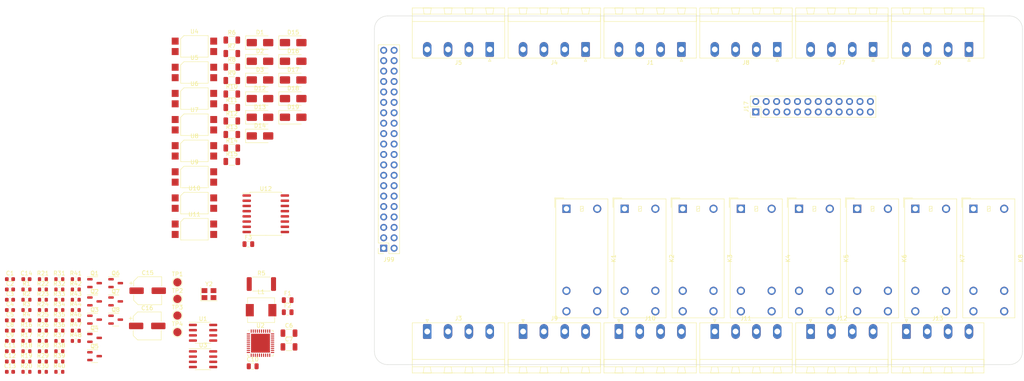
<source format=kicad_pcb>
(kicad_pcb (version 20221018) (generator pcbnew)
  (layers (0 "F.Cu" signal) (31 "B.Cu" signal) (34 "B.Paste" user) (35 "F.Paste" user) (36 "B.SilkS" user "B.Silkscreen") (37 "F.SilkS" user "F.Silkscreen") (38 "B.Mask" user) (39 "F.Mask" user) (44 "Edge.Cuts" user))
  (net 0 "")
  (net 1 "+24V")
  (net 2 "Net-(D1-K)")
  (net 3 "Net-(U1-BOOT)")
  (net 4 "Net-(U1-SS)")
  (net 5 "Net-(U1-COMP)")
  (net 6 "Net-(C4-Pad2)")
  (net 7 "+5V")
  (net 8 "Net-(U2-XTAL1)")
  (net 9 "Net-(U2-XTAL2)")
  (net 10 "Net-(U2-CEQ1)")
  (net 11 "Net-(U2-CEQ2)")
  (net 12 "Net-(U2-CCP)")
  (net 13 "Net-(D2-K)")
  (net 14 "Net-(U2-CAV)")
  (net 15 "+3V3")
  (net 16 "Net-(U2-V20V)")
  (net 17 "KNX +")
  (net 18 "/GPIO_09")
  (net 19 "I²C SCL")
  (net 20 "/GPIO_11")
  (net 21 "I²C SDA")
  (net 22 "/GPIO_05")
  (net 23 "LED_I5")
  (net 24 "/GPIO_06")
  (net 25 "LED_I6")
  (net 26 "/GPIO_17")
  (net 27 "LED_I7")
  (net 28 "/GPIO_27")
  (net 29 "LED_I8")
  (net 30 "/GPIO_22")
  (net 31 "LED_I1")
  (net 32 "/GPIO_10")
  (net 33 "LED_I2")
  (net 34 "Net-(D12-A)")
  (net 35 "Net-(D13-A)")
  (net 36 "Net-(D14-A)")
  (net 37 "Net-(D15-A)")
  (net 38 "Net-(D16-A)")
  (net 39 "Net-(D17-A)")
  (net 40 "Net-(D18-A)")
  (net 41 "Net-(D19-A)")
  (net 42 "LED_I3")
  (net 43 "LED_I4")
  (net 44 "LED_Q2")
  (net 45 "LED_Q3")
  (net 46 "LED_Q4")
  (net 47 "LED_Q5")
  (net 48 "LED_Q6")
  (net 49 "LED_Q7")
  (net 50 "Net-(J4-Pin_1)")
  (net 51 "Net-(J5-Pin_1)")
  (net 52 "LED_Q8")
  (net 53 "LED_Q1")
  (net 54 "Net-(J4-Pin_3)")
  (net 55 "Net-(J4-Pin_4)")
  (net 56 "/1-Wire")
  (net 57 "/GPIO_26")
  (net 58 "Net-(J6-Pin_1)")
  (net 59 "Net-(J6-Pin_2)")
  (net 60 "Net-(J6-Pin_3)")
  (net 61 "Net-(J6-Pin_4)")
  (net 62 "Net-(J7-Pin_1)")
  (net 63 "Net-(J7-Pin_2)")
  (net 64 "Net-(J7-Pin_3)")
  (net 65 "Net-(J7-Pin_4)")
  (net 66 "Net-(J9-Pin_1)")
  (net 67 "Net-(J9-Pin_2)")
  (net 68 "Net-(J9-Pin_3)")
  (net 69 "Net-(J9-Pin_4)")
  (net 70 "Net-(J10-Pin_1)")
  (net 71 "Net-(J10-Pin_2)")
  (net 72 "Net-(J10-Pin_3)")
  (net 73 "Net-(J10-Pin_4)")
  (net 74 "Net-(J11-Pin_1)")
  (net 75 "Net-(J11-Pin_2)")
  (net 76 "Net-(J11-Pin_3)")
  (net 77 "Net-(J11-Pin_4)")
  (net 78 "Net-(J12-Pin_1)")
  (net 79 "Net-(J12-Pin_2)")
  (net 80 "Net-(J12-Pin_3)")
  (net 81 "Net-(J12-Pin_4)")
  (net 82 "/GPIO_13")
  (net 83 "/GPIO_19")
  (net 84 "Net-(J13-Pin_1)")
  (net 85 "/GPIO_18")
  (net 86 "Net-(Q1-G)")
  (net 87 "Net-(Q2-G)")
  (net 88 "Net-(Q3-G)")
  (net 89 "Net-(Q4-G)")
  (net 90 "Net-(Q5-G)")
  (net 91 "Net-(Q6-G)")
  (net 92 "Net-(Q7-G)")
  (net 93 "Net-(Q8-G)")
  (net 94 "Net-(U1-VSNS)")
  (net 95 "Net-(R3-Pad2)")
  (net 96 "Net-(U2-TX0)")
  (net 97 "Net-(R8-Pad2)")
  (net 98 "Net-(R9-Pad2)")
  (net 99 "Net-(R10-Pad2)")
  (net 100 "Net-(R11-Pad2)")
  (net 101 "Net-(R12-Pad2)")
  (net 102 "Net-(R13-Pad2)")
  (net 103 "Net-(R14-Pad2)")
  (net 104 "Net-(R15-Pad2)")
  (net 105 "/GPIO_25")
  (net 106 "/GPIO_24")
  (net 107 "/GPIO_08")
  (net 108 "/GPIO_07")
  (net 109 "/GPIO_12")
  (net 110 "/GPIO_16")
  (net 111 "/GPIO_20")
  (net 112 "/GPIO_21")
  (net 113 "Net-(U2-VIN)")
  (net 124 "/GPIO_14")
  (net 125 "/GPIO_15")
  (net 132 "Net-(J13-Pin_2)")
  (net 133 "Net-(J13-Pin_3)")
  (net 136 "/GPIO_04")
  (net 141 "GND")
  (footprint "Capacitor_SMD:C_0603_1608Metric" (layer "F.Cu") (at -22.813 150.262)
    (fp_text reference "C13" (at 0 -1.43) (layer "F.SilkS"))
    (fp_text value "100nF")
    (pad "1" smd roundrect (at -0.775 0) (size 0.9 0.95) (layers "F.Cu" "F.Paste" "F.Mask") (net 15 "+3V3"))
    (pad "2" smd roundrect (at 0.775 0) (size 0.9 0.95) (layers "F.Cu" "F.Paste" "F.Mask") (net 141 "GND"))
  )
  (footprint "Resistor_SMD:R_0603_1608Metric" (layer "F.Cu") (at -18.803 140.222)
    (fp_text reference "R16" (at 0 -1.43) (layer "F.SilkS"))
    (fp_text value "1K2")
    (pad "1" smd roundrect (at -0.825 0) (size 0.8 0.95) (layers "F.Cu" "F.Paste" "F.Mask") (net 18 "/GPIO_09"))
    (pad "2" smd roundrect (at 0.825 0) (size 0.8 0.95) (layers "F.Cu" "F.Paste" "F.Mask") (net 23 "LED_I5"))
  )
  (footprint "Resistor_SMD:R_0603_1608Metric" (layer "F.Cu") (at -10.783 135.202)
    (fp_text reference "R34" (at 0 -1.43) (layer "F.SilkS"))
    (fp_text value "100R")
    (pad "1" smd roundrect (at -0.825 0) (size 0.8 0.95) (layers "F.Cu" "F.Paste" "F.Mask") (net 89 "Net-(Q4-G)"))
    (pad "2" smd roundrect (at 0.825 0) (size 0.8 0.95) (layers "F.Cu" "F.Paste" "F.Mask") (net 108 "/GPIO_07"))
  )
  (footprint "Resistor_SMD:R_0603_1608Metric" (layer "F.Cu") (at -6.773 137.712)
    (fp_text reference "R46" (at 0 -1.43) (layer "F.SilkS"))
    (fp_text value "100R")
    (pad "1" smd roundrect (at -0.825 0) (size 0.8 0.95) (layers "F.Cu" "F.Paste" "F.Mask") (net 93 "Net-(Q8-G)"))
    (pad "2" smd roundrect (at 0.825 0) (size 0.8 0.95) (layers "F.Cu" "F.Paste" "F.Mask") (net 112 "/GPIO_21"))
  )
  (footprint "Package_TO_SOT_SMD:SOT-23-3" (layer "F.Cu") (at 2.957 133.092)
    (fp_text reference "Q7" (at 0 -2.4) (layer "F.SilkS"))
    (fp_text value "AO3400A")
    (pad "1" smd roundrect (at -1.1375 -0.95) (size 1.325 0.6) (layers "F.Cu" "F.Paste" "F.Mask") (net 92 "Net-(Q7-G)"))
    (pad "2" smd roundrect (at -1.1375 0.95) (size 1.325 0.6) (layers "F.Cu" "F.Paste" "F.Mask") (net 141 "GND"))
    (pad "3" smd roundrect (at 1.1375 0) (size 1.325 0.6) (layers "F.Cu" "F.Paste" "F.Mask") (net 40 "Net-(D18-A)"))
  )
  (footprint "Fuse:Fuse_0805_2012Metric" (layer "F.Cu") (at 44.887 132.782)
    (fp_text reference "F1" (at 0 -1.65) (layer "F.SilkS"))
    (fp_text value "500mA")
    (pad "1" smd roundrect (at -0.9375 0) (size 0.975 1.4) (layers "F.Cu" "F.Paste" "F.Mask") (net 50 "Net-(J4-Pin_1)"))
    (pad "2" smd roundrect (at 0.9375 0) (size 0.975 1.4) (layers "F.Cu" "F.Paste" "F.Mask") (net 7 "+5V"))
  )
  (footprint "Resistor_SMD:R_1206_3216Metric" (layer "F.Cu") (at 31.265 92.4)
    (fp_text reference "R13" (at 0 -1.82) (layer "F.SilkS"))
    (fp_text value "4K7")
    (pad "1" smd roundrect (at -1.4625 0) (size 1.125 1.75) (layers "F.Cu" "F.Paste" "F.Mask") (roundrect_rratio 0.222222) (net 59 "Net-(J6-Pin_2)"))
    (pad "2" smd roundrect (at 1.4625 0) (size 1.125 1.75) (layers "F.Cu" "F.Paste" "F.Mask") (roundrect_rratio 0.222222) (net 102 "Net-(R13-Pad2)"))
  )
  (footprint "Resistor_SMD:R_0603_1608Metric" (layer "F.Cu") (at -6.773 132.692)
    (fp_text reference "R43" (at 0 -1.43) (layer "F.SilkS"))
    (fp_text value "100R")
    (pad "1" smd roundrect (at -0.825 0) (size 0.8 0.95) (layers "F.Cu" "F.Paste" "F.Mask") (net 92 "Net-(Q7-G)"))
    (pad "2" smd roundrect (at 0.825 0) (size 0.8 0.95) (layers "F.Cu" "F.Paste" "F.Mask") (net 111 "/GPIO_20"))
  )
  (footprint "Package_TO_SOT_SMD:SOT-23-3" (layer "F.Cu") (at -2.193 128.642)
    (fp_text reference "Q1" (at 0 -2.4) (layer "F.SilkS"))
    (fp_text value "AO3400A")
    (pad "1" smd roundrect (at -1.1375 -0.95) (size 1.325 0.6) (layers "F.Cu" "F.Paste" "F.Mask") (net 86 "Net-(Q1-G)"))
    (pad "2" smd roundrect (at -1.1375 0.95) (size 1.325 0.6) (layers "F.Cu" "F.Paste" "F.Mask") (net 141 "GND"))
    (pad "3" smd roundrect (at 1.1375 0) (size 1.325 0.6) (layers "F.Cu" "F.Paste" "F.Mask") (net 34 "Net-(D12-A)"))
  )
  (footprint "Diode_SMD:D_SMA" (layer "F.Cu") (at 38.14 92.75)
    (fp_text reference "D14" (at 0 -2.5) (layer "F.SilkS"))
    (fp_text value "SS14")
    (pad "1" smd roundrect (at -2 0) (size 2.5 1.8) (layers "F.Cu" "F.Paste" "F.Mask") (roundrect_rratio 0.1388888889) (net 1 "+24V"))
    (pad "2" smd roundrect (at 2 0) (size 2.5 1.8) (layers "F.Cu" "F.Paste" "F.Mask") (roundrect_rratio 0.1388888889) (net 36 "Net-(D14-A)"))
  )
  (footprint "Relay_THT:Relay_SPST_Omron_G2RL-1A-E" (layer "F.Cu") (at 155.383 110.509)
    (fp_text reference "K4" (at 11.5 12.1 90) (layer "F.SilkS"))
    (fp_text value "G5RL-1A-E-TV8 DC24 ")
    (pad "13" thru_hole circle (at 0 20) (size 2 2) (drill 1.3) (layers "*.Cu" "*.Mask") (net 73 "Net-(J10-Pin_4)"))
    (pad "13" thru_hole circle (at 7.5 20) (size 2 2) (drill 1.3) (layers "*.Cu" "*.Mask") (net 73 "Net-(J10-Pin_4)"))
    (pad "14" thru_hole circle (at 0 25) (size 2 2) (drill 1.3) (layers "*.Cu" "*.Mask") (net 72 "Net-(J10-Pin_3)"))
    (pad "14" thru_hole circle (at 7.5 25) (size 2 2) (drill 1.3) (layers "*.Cu" "*.Mask") (net 72 "Net-(J10-Pin_3)"))
    (pad "A1" thru_hole rect (at 0 0) (size 2 2) (drill 1.3) (layers "*.Cu" "*.Mask") (net 1 "+24V"))
    (pad "A2" thru_hole circle (at 7.5 0) (size 2 2) (drill 1.3) (layers "*.Cu" "*.Mask") (net 37 "Net-(D15-A)"))
  )
  (footprint "MeineBib:Optocoupler_DIP_S1" (layer "F.Cu") (at 22.155 96.39)
    (fp_text reference "U8" (at 0 -3.625) (layer "F.SilkS"))
    (fp_text value "EL817C")
    (pad "1" smd rect (at -4.695 -1.27 270) (size 1.71 1.68) (layers "F.Cu" "F.Paste" "F.Mask") (net 97 "Net-(R8-Pad2)"))
    (pad "2" smd rect (at -4.695 1.27 270) (size 1.71 1.68) (layers "F.Cu" "F.Paste" "F.Mask") (net 141 "GND"))
    (pad "3" smd rect (at 4.695 1.27 270) (size 1.71 1.68) (layers "F.Cu" "F.Paste" "F.Mask") (net 141 "GND"))
    (pad "4" smd rect (at 4.695 -1.27 270) (size 1.71 1.68) (layers "F.Cu" "F.Paste" "F.Mask") (net 18 "/GPIO_09"))
  )
  (footprint "Resistor_SMD:R_0603_1608Metric" (layer "F.Cu") (at -18.803 150.262)
    (fp_text reference "R20" (at 0 -1.43) (layer "F.SilkS"))
    (fp_text value "1K2")
    (pad "1" smd roundrect (at -0.825 0) (size 0.8 0.95) (layers "F.Cu" "F.Paste" "F.Mask") (net 26 "/GPIO_17"))
    (pad "2" smd roundrect (at 0.825 0) (size 0.8 0.95) (layers "F.Cu" "F.Paste" "F.Mask") (net 31 "LED_I1"))
  )
  (footprint "Resistor_SMD:R_0603_1608Metric" (layer "F.Cu") (at -18.803 145.242)
    (fp_text reference "R18" (at 0 -1.43) (layer "F.SilkS"))
    (fp_text value "1K2")
    (pad "1" smd roundrect (at -0.825 0) (size 0.8 0.95) (layers "F.Cu" "F.Paste" "F.Mask") (net 82 "/GPIO_13"))
    (pad "2" smd roundrect (at 0.825 0) (size 0.8 0.95) (layers "F.Cu" "F.Paste" "F.Mask") (net 27 "LED_I7"))
  )
  (footprint "Package_TO_SOT_SMD:SOT-23-3" (layer "F.Cu") (at 2.957 137.542)
    (fp_text reference "Q8" (at 0 -2.4) (layer "F.SilkS"))
    (fp_text value "AO3400A")
    (pad "1" smd roundrect (at -1.1375 -0.95) (size 1.325 0.6) (layers "F.Cu" "F.Paste" "F.Mask") (net 93 "Net-(Q8-G)"))
    (pad "2" smd roundrect (at -1.1375 0.95) (size 1.325 0.6) (layers "F.Cu" "F.Paste" "F.Mask") (net 141 "GND"))
    (pad "3" smd roundrect (at 1.1375 0) (size 1.325 0.6) (layers "F.Cu" "F.Paste" "F.Mask") (net 41 "Net-(D19-A)"))
  )
  (footprint "Connector_PinHeader_2.54mm:PinHeader_2x12_P2.54mm_Vertical" (layer "F.Cu") (at 159.02 86.9 90)
    (fp_text reference "J17" (at 1.27 -2.33 90) (layer "F.SilkS"))
    (fp_text value "Conn_02x12_Odd_Even")
    (pad "1" thru_hole rect (at 0 0 90) (size 1.7 1.7) (drill 1) (layers "*.Cu" "*.Mask") (net 19 "I²C SCL"))
    (pad "2" thru_hole oval (at 2.54 0 90) (size 1.7 1.7) (drill 1) (layers "*.Cu" "*.Mask"))
    (pad "3" thru_hole oval (at 0 2.54 90) (size 1.7 1.7) (drill 1) (layers "*.Cu" "*.Mask") (net 21 "I²C SDA"))
    (pad "4" thru_hole oval (at 2.54 2.54 90) (size 1.7 1.7) (drill 1) (layers "*.Cu" "*.Mask"))
    (pad "5" thru_hole oval (at 0 5.08 90) (size 1.7 1.7) (drill 1) (layers "*.Cu" "*.Mask") (net 141 "GND"))
    (pad "6" thru_hole oval (at 2.54 5.08 90) (size 1.7 1.7) (drill 1) (layers "*.Cu" "*.Mask") (net 141 "GND"))
    (pad "7" thru_hole oval (at 0 7.62 90) (size 1.7 1.7) (drill 1) (layers "*.Cu" "*.Mask") (net 17 "KNX +"))
    (pad "8" thru_hole oval (at 2.54 7.62 90) (size 1.7 1.7) (drill 1) (layers "*.Cu" "*.Mask") (net 15 "+3V3"))
    (pad "9" thru_hole oval (at 0 10.16 90) (size 1.7 1.7) (drill 1) (layers "*.Cu" "*.Mask") (net 52 "LED_Q8"))
    (pad "10" thru_hole oval (at 2.54 10.16 90) (size 1.7 1.7) (drill 1) (layers "*.Cu" "*.Mask") (net 31 "LED_I1"))
    (pad "11" thru_hole oval (at 0 12.7 90) (size 1.7 1.7) (drill 1) (layers "*.Cu" "*.Mask") (net 49 "LED_Q7"))
    (pad "12" thru_hole oval (at 2.54 12.7 90) (size 1.7 1.7) (drill 1) (layers "*.Cu" "*.Mask") (net 33 "LED_I2"))
    (pad "13" thru_hole oval (at 0 15.24 90) (size 1.7 1.7) (drill 1) (layers "*.Cu" "*.Mask") (net 48 "LED_Q6"))
    (pad "14" thru_hole oval (at 2.54 15.24 90) (size 1.7 1.7) (drill 1) (layers "*.Cu" "*.Mask") (net 42 "LED_I3"))
    (pad "15" thru_hole oval (at 0 17.78 90) (size 1.7 1.7) (drill 1) (layers "*.Cu" "*.Mask") (net 47 "LED_Q5"))
    (pad "16" thru_hole oval (at 2.54 17.78 90) (size 1.7 1.7) (drill 1) (layers "*.Cu" "*.Mask") (net 43 "LED_I4"))
    (pad "17" thru_hole oval (at 0 20.32 90) (size 1.7 1.7) (drill 1) (layers "*.Cu" "*.Mask") (net 46 "LED_Q4"))
    (pad "18" thru_hole oval (at 2.54 20.32 90) (size 1.7 1.7) (drill 1) (layers "*.Cu" "*.Mask") (net 23 "LED_I5"))
    (pad "19" thru_hole oval (at 0 22.86 90) (size 1.7 1.7) (drill 1) (layers "*.Cu" "*.Mask") (net 45 "LED_Q3"))
    (pad "20" thru_hole oval (at 2.54 22.86 90) (size 1.7 1.7) (drill 1) (layers "*.Cu" "*.Mask") (net 25 "LED_I6"))
    (pad "21" thru_hole oval (at 0 25.4 90) (size 1.7 1.7) (drill 1) (layers "*.Cu" "*.Mask") (net 44 "LED_Q2"))
    (pad "22" thru_hole oval (at 2.54 25.4 90) (size 1.7 1.7) (drill 1) (layers "*.Cu" "*.Mask") (net 27 "LED_I7"))
    (pad "23" thru_hole oval (at 0 27.94 90) (size 1.7 1.7) (drill 1) (layers "*.Cu" "*.Mask") (net 53 "LED_Q1"))
    (pad "24" thru_hole oval (at 2.54 27.94 90) (size 1.7 1.7) (drill 1) (layers "*.Cu" "*.Mask") (net 29 "LED_I8"))
  )
  (footprint "Capacitor_SMD:C_0603_1608Metric" (layer "F.Cu") (at -18.803 127.672)
    (fp_text reference "C14" (at 0 -1.43) (layer "F.SilkS"))
    (fp_text value "100nF")
    (pad "1" smd roundrect (at -0.775 0) (size 0.9 0.95) (layers "F.Cu" "F.Paste" "F.Mask") (net 15 "+3V3"))
    (pad "2" smd roundrect (at 0.775 0) (size 0.9 0.95) (layers "F.Cu" "F.Paste" "F.Mask") (net 141 "GND"))
  )
  (footprint "Connector_Phoenix_MSTB:PhoenixContact_MSTBA_2,5_4-G-5,08_1x04_P5.08mm_Horizontal" (layer "F.Cu") (at 78.91 140.43)
    (fp_text reference "J3" (at 7.62 -3.2) (layer "F.SilkS"))
    (fp_text value "WJ2EDGRC-5.08-4P")
    (pad "1" thru_hole roundrect (at 0 0) (size 2.08 3.6) (drill 1.4) (layers "*.Cu" "*.Mask") (roundrect_rratio 0.120192) (net 1 "+24V"))
    (pad "2" thru_hole oval (at 5.08 0) (size 2.08 3.6) (drill 1.4) (layers "*.Cu" "*.Mask") (net 1 "+24V"))
    (pad "3" thru_hole oval (at 10.16 0) (size 2.08 3.6) (drill 1.4) (layers "*.Cu" "*.Mask") (net 141 "GND"))
    (pad "4" thru_hole oval (at 15.24 0) (size 2.08 3.6) (drill 1.4) (layers "*.Cu" "*.Mask") (net 141 "GND"))
  )
  (footprint "Relay_THT:Relay_SPST_Omron_G2RL-1A-E" (layer "F.Cu") (at 197.908 110.509)
    (fp_text reference "K7" (at 11.5 12.1 90) (layer "F.SilkS"))
    (fp_text value "G5RL-1A-E-TV8 DC24 ")
    (pad "13" thru_hole circle (at 0 20) (size 2 2) (drill 1.3) (layers "*.Cu" "*.Mask") (net 79 "Net-(J12-Pin_2)"))
    (pad "13" thru_hole circle (at 7.5 20) (size 2 2) (drill 1.3) (layers "*.Cu" "*.Mask") (net 79 "Net-(J12-Pin_2)"))
    (pad "14" thru_hole circle (at 0 25) (size 2 2) (drill 1.3) (layers "*.Cu" "*.Mask") (net 78 "Net-(J12-Pin_1)"))
    (pad "14" thru_hole circle (at 7.5 25) (size 2 2) (drill 1.3) (layers "*.Cu" "*.Mask") (net 78 "Net-(J12-Pin_1)"))
    (pad "A1" thru_hole rect (at 0 0) (size 2 2) (drill 1.3) (layers "*.Cu" "*.Mask") (net 1 "+24V"))
    (pad "A2" thru_hole circle (at 7.5 0) (size 2 2) (drill 1.3) (layers "*.Cu" "*.Mask") (net 40 "Net-(D18-A)"))
  )
  (footprint "MeineBib:Optocoupler_DIP_S1" (layer "F.Cu") (at 22.155 102.76)
    (fp_text reference "U9" (at 0 -3.625) (layer "F.SilkS"))
    (fp_text value "EL817C")
    (pad "1" smd rect (at -4.695 -1.27 270) (size 1.71 1.68) (layers "F.Cu" "F.Paste" "F.Mask") (net 98 "Net-(R9-Pad2)"))
    (pad "2" smd rect (at -4.695 1.27 270) (size 1.71 1.68) (layers "F.Cu" "F.Paste" "F.Mask") (net 141 "GND"))
    (pad "3" smd rect (at 4.695 1.27 270) (size 1.71 1.68) (layers "F.Cu" "F.Paste" "F.Mask") (net 141 "GND"))
    (pad "4" smd rect (at 4.695 -1.27 270) (size 1.71 1.68) (layers "F.Cu" "F.Paste" "F.Mask") (net 20 "/GPIO_11"))
  )
  (footprint "Capacitor_SMD:CP_Elec_6.3x7.7" (layer "F.Cu") (at 10.646 139.076)
    (fp_text reference "C16" (at 0 -4.35) (layer "F.SilkS"))
    (fp_text value "100uF")
    (pad "1" smd roundrect (at -2.7 0) (size 3.5 1.6) (layers "F.Cu" "F.Paste" "F.Mask") (roundrect_rratio 0.15625) (net 1 "+24V"))
    (pad "2" smd roundrect (at 2.7 0) (size 3.5 1.6) (layers "F.Cu" "F.Paste" "F.Mask") (roundrect_rratio 0.15625) (net 141 "GND"))
  )
  (footprint "Resistor_SMD:R_0603_1608Metric" (layer "F.Cu") (at -14.793 135.202)
    (fp_text reference "R24" (at 0 -1.43) (layer "F.SilkS"))
    (fp_text value "10K")
    (pad "1" smd roundrect (at -0.825 0) (size 0.8 0.95) (layers "F.Cu" "F.Paste" "F.Mask") (net 86 "Net-(Q1-G)"))
    (pad "2" smd roundrect (at 0.825 0) (size 0.8 0.95) (layers "F.Cu" "F.Paste" "F.Mask") (net 141 "GND"))
  )
  (footprint "Connector_Phoenix_MSTB:PhoenixContact_MSTBA_2,5_4-G-5,08_1x04_P5.08mm_Horizontal" (layer "F.Cu") (at 210.99 71.66 180)
    (fp_text reference "J6" (at 7.62 -3.2) (layer "F.SilkS"))
    (fp_text value "WJ2EDGRC-5.08-4P")
    (pad "1" thru_hole roundrect (at 0 0 180) (size 2.08 3.6) (drill 1.4) (layers "*.Cu" "*.Mask") (roundrect_rratio 0.120192) (net 58 "Net-(J6-Pin_1)"))
    (pad "2" thru_hole oval (at 5.08 0 180) (size 2.08 3.6) (drill 1.4) (layers "*.Cu" "*.Mask") (net 59 "Net-(J6-Pin_2)"))
    (pad "3" thru_hole oval (at 10.16 0 180) (size 2.08 3.6) (drill 1.4) (layers "*.Cu" "*.Mask") (net 60 "Net-(J6-Pin_3)"))
    (pad "4" thru_hole oval (at 15.24 0 180) (size 2.08 3.6) (drill 1.4) (layers "*.Cu" "*.Mask") (net 61 "Net-(J6-Pin_4)"))
  )
  (footprint "Resistor_SMD:R_0603_1608Metric" (layer "F.Cu") (at -18.803 137.712)
    (fp_text reference "R4" (at 0 -1.43) (layer "F.SilkS"))
    (fp_text value "220R")
    (pad "1" smd roundrect (at -0.825 0) (size 0.8 0.95) (layers "F.Cu" "F.Paste" "F.Mask") (net 95 "Net-(R3-Pad2)"))
    (pad "2" smd roundrect (at 0.825 0) (size 0.8 0.95) (layers "F.Cu" "F.Paste" "F.Mask") (net 141 "GND"))
  )
  (footprint "MeineBib:EigenesMountingHole_3.2mm_M3_Small" (layer "F.Cu") (at 69.24 145.3)
    (fp_text reference "MK2" hide)
    (fp_text value "Mounting_Hole" hide)
    (pad "" np_thru_hole circle (at 0 0) (size 3.2 3.2) (drill 3.2) (layers "F&B.Cu" "*.Mask") (clearance 1.8))
  )
  (footprint "Capacitor_SMD:CP_Elec_6.3x7.7" (layer "F.Cu") (at 10.757 130.492)
    (fp_text reference "C15" (at 0 -4.35) (layer "F.SilkS"))
    (fp_text value "100uF")
    (pad "1" smd roundrect (at -2.7 0) (size 3.5 1.6) (layers "F.Cu" "F.Paste" "F.Mask") (roundrect_rratio 0.15625) (net 16 "Net-(U2-V20V)"))
    (pad "2" smd roundrect (at 2.7 0) (size 3.5 1.6) (layers "F.Cu" "F.Paste" "F.Mask") (roundrect_rratio 0.15625) (net 141 "GND"))
  )
  (footprint "Resistor_SMD:R_0603_1608Metric" (layer "F.Cu") (at -18.803 142.732)
    (fp_text reference "R17" (at 0 -1.43) (layer "F.SilkS"))
    (fp_text value "1K2")
    (pad "1" smd roundrect (at -0.825 0) (size 0.8 0.95) (layers "F.Cu" "F.Paste" "F.Mask") (net 20 "/GPIO_11"))
    (pad "2" smd roundrect (at 0.825 0) (size 0.8 0.95) (layers "F.Cu" "F.Paste" "F.Mask") (net 25 "LED_I6"))
  )
  (footprint "Capacitor_SMD:C_0603_1608Metric" (layer "F.Cu") (at -22.813 135.202)
    (fp_text reference "C4" (at 0 -1.43) (layer "F.SilkS"))
    (fp_text value "4.7nF")
    (pad "1" smd roundrect (at -0.775 0) (size 0.9 0.95) (layers "F.Cu" "F.Paste" "F.Mask") (net 5 "Net-(U1-COMP)"))
    (pad "2" smd roundrect (at 0.775 0) (size 0.9 0.95) (layers "F.Cu" "F.Paste" "F.Mask") (net 6 "Net-(C4-Pad2)"))
  )
  (footprint "Resistor_SMD:R_0603_1608Metric" (layer "F.Cu") (at -14.793 137.712)
    (fp_text reference "R25" (at 0 -1.43) (layer "F.SilkS"))
    (fp_text value "1K2")
    (pad "1" smd roundrect (at -0.825 0) (size 0.8 0.95) (layers "F.Cu" "F.Paste" "F.Mask") (net 44 "LED_Q2"))
    (pad "2" smd roundrect (at 0.825 0) (size 0.8 0.95) (layers "F.Cu" "F.Paste" "F.Mask") (net 105 "/GPIO_25"))
  )
  (footprint "MeineBib:Optocoupler_DIP_S1" (layer "F.Cu") (at 22.155 109.13)
    (fp_text reference "U10" (at 0 -3.625) (layer "F.SilkS"))
    (fp_text value "EL817C")
    (pad "1" smd rect (at -4.695 -1.27 270) (size 1.71 1.68) (layers "F.Cu" "F.Paste" "F.Mask") (net 99 "Net-(R10-Pad2)"))
    (pad "2" smd rect (at -4.695 1.27 270) (size 1.71 1.68) (layers "F.Cu" "F.Paste" "F.Mask") (net 141 "GND"))
    (pad "3" smd rect (at 4.695 1.27 270) (size 1.71 1.68) (layers "F.Cu" "F.Paste" "F.Mask") (net 141 "GND"))
    (pad "4" smd rect (at 4.695 -1.27 270) (size 1.71 1.68) (layers "F.Cu" "F.Paste" "F.Mask") (net 82 "/GPIO_13"))
  )
  (footprint "Connector_Phoenix_MSTB:PhoenixContact_MSTBA_2,5_4-G-5,08_1x04_P5.08mm_Horizontal" (layer "F.Cu") (at 140.886 71.66 180)
    (fp_text reference "J1" (at 7.62 -3.2) (layer "F.SilkS"))
    (fp_text value "WJ2EDGRC-5.08-4P")
    (pad "1" thru_hole roundrect (at 0 0 180) (size 2.08 3.6) (drill 1.4) (layers "*.Cu" "*.Mask") (roundrect_rratio 0.120192) (net 85 "/GPIO_18"))
    (pad "2" thru_hole oval (at 5.08 0 180) (size 2.08 3.6) (drill 1.4) (layers "*.Cu" "*.Mask") (net 83 "/GPIO_19"))
    (pad "3" thru_hole oval (at 10.16 0 180) (size 2.08 3.6) (drill 1.4) (layers "*.Cu" "*.Mask"))
    (pad "4" thru_hole oval (at 15.24 0 180) (size 2.08 3.6) (drill 1.4) (layers "*.Cu" "*.Mask"))
  )
  (footprint "Resistor_SMD:R_0603_1608Metric" (layer "F.Cu") (at -6.773 135.202)
    (fp_text reference "R44" (at 0 -1.43) (layer "F.SilkS"))
    (fp_text value "10K")
    (pad "1" smd roundrect (at -0.825 0) (size 0.8 0.95) (layers "F.Cu" "F.Paste" "F.Mask") (net 92 "Net-(Q7-G)"))
    (pad "2" smd roundrect (at 0.825 0) (size 0.8 0.95) (layers "F.Cu" "F.Paste" "F.Mask") (net 141 "GND"))
  )
  (footprint "Connector_Phoenix_MSTB:PhoenixContact_MSTBA_2,5_4-G-5,08_1x04_P5.08mm_Horizontal" (layer "F.Cu") (at 187.622 71.66 180)
    (fp_text reference "J7" (at 7.62 -3.2) (layer "F.SilkS"))
    (fp_text value "WJ2EDGRC-5.08-4P")
    (pad "1" thru_hole roundrect (at 0 0 180) (size 2.08 3.6) (drill 1.4) (layers "*.Cu" "*.Mask") (roundrect_rratio 0.120192) (net 62 "Net-(J7-Pin_1)"))
    (pad "2" thru_hole oval (at 5.08 0 180) (size 2.08 3.6) (drill 1.4) (layers "*.Cu" "*.Mask") (net 63 "Net-(J7-Pin_2)"))
    (pad "3" thru_hole oval (at 10.16 0 180) (size 2.08 3.6) (drill 1.4) (layers "*.Cu" "*.Mask") (net 64 "Net-(J7-Pin_3)"))
    (pad "4" thru_hole oval (at 15.24 0 180) (size 2.08 3.6) (drill 1.4) (layers "*.Cu" "*.Mask") (net 65 "Net-(J7-Pin_4)"))
  )
  (footprint "MeineBib:Optocoupler_DIP_S1" (layer "F.Cu") (at 22.155 77.28)
    (fp_text reference "U5" (at 0 -3.625) (layer "F.SilkS"))
    (fp_text value "EL817C")
    (pad "1" smd rect (at -4.695 -1.27 270) (size 1.71 1.68) (layers "F.Cu" "F.Paste" "F.Mask") (net 102 "Net-(R13-Pad2)"))
    (pad "2" smd rect (at -4.695 1.27 270) (size 1.71 1.68) (layers "F.Cu" "F.Paste" "F.Mask") (net 141 "GND"))
    (pad "3" smd rect (at 4.695 1.27 270) (size 1.71 1.68) (layers "F.Cu" "F.Paste" "F.Mask") (net 141 "GND"))
    (pad "4" smd rect (at 4.695 -1.27 270) (size 1.71 1.68) (layers "F.Cu" "F.Paste" "F.Mask") (net 28 "/GPIO_27"))
  )
  (footprint "MeineBib:Optocoupler_DIP_S1" (layer "F.Cu") (at 22.155 83.65)
    (fp_text reference "U6" (at 0 -3.625) (layer "F.SilkS"))
    (fp_text value "EL817C")
    (pad "1" smd rect (at -4.695 -1.27 270) (size 1.71 1.68) (layers "F.Cu" "F.Paste" "F.Mask") (net 103 "Net-(R14-Pad2)"))
    (pad "2" smd rect (at -4.695 1.27 270) (size 1.71 1.68) (layers "F.Cu" "F.Paste" "F.Mask") (net 141 "GND"))
    (pad "3" smd rect (at 4.695 1.27 270) (size 1.71 1.68) (layers "F.Cu" "F.Paste" "F.Mask") (net 141 "GND"))
    (pad "4" smd rect (at 4.695 -1.27 270) (size 1.71 1.68) (layers "F.Cu" "F.Paste" "F.Mask") (net 30 "/GPIO_22"))
  )
  (footprint "Diode_SMD:D_SMA" (layer "F.Cu") (at 46.235 83.65)
    (fp_text reference "D18" (at 0 -2.5) (layer "F.SilkS"))
    (fp_text value "SS14")
    (pad "1" smd roundrect (at -2 0) (size 2.5 1.8) (layers "F.Cu" "F.Paste" "F.Mask") (roundrect_rratio 0.1388888889) (net 1 "+24V"))
    (pad "2" smd roundrect (at 2 0) (size 2.5 1.8) (layers "F.Cu" "F.Paste" "F.Mask") (roundrect_rratio 0.1388888889) (net 40 "Net-(D18-A)"))
  )
  (footprint "MeineBib:EigenesMountingHole_3.2mm_M3_Small" (layer "F.Cu") (at 69.24 66.7)
    (fp_text reference "MK2" hide)
    (fp_text value "Mounting_Hole" hide)
    (pad "" np_thru_hole circle (at 0 0) (size 3.2 3.2) (drill 3.2) (layers "F&B.Cu" "*.Mask") (clearance 1.8))
  )
  (footprint "Diode_SMD:D_SMA" (layer "F.Cu") (at 38.14 88.2)
    (fp_text reference "D13" (at 0 -2.5) (layer "F.SilkS"))
    (fp_text value "SS14")
    (pad "1" smd roundrect (at -2 0) (size 2.5 1.8) (layers "F.Cu" "F.Paste" "F.Mask") (roundrect_rratio 0.1388888889) (net 1 "+24V"))
    (pad "2" smd roundrect (at 2 0) (size 2.5 1.8) (layers "F.Cu" "F.Paste" "F.Mask") (roundrect_rratio 0.1388888889) (net 35 "Net-(D13-A)"))
  )
  (footprint "TestPoint:TestPoint_Pad_D2.0mm" (layer "F.Cu") (at 18.007 132.492)
    (fp_text reference "TP2" (at 0 -1.998) (layer "F.SilkS"))
    (fp_text value "TestPoint")
    (pad "1" smd circle (at 0 0) (size 2 2) (layers "F.Cu" "F.Mask") (net 16 "Net-(U2-V20V)"))
  )
  (footprint "Resistor_SMD:R_1206_3216Metric" (layer "F.Cu") (at 31.265 85.82)
    (fp_text reference "R11" (at 0 -1.82) (layer "F.SilkS"))
    (fp_text value "4K7")
    (pad "1" smd roundrect (at -1.4625 0) (size 1.125 1.75) (layers "F.Cu" "F.Paste" "F.Mask") (roundrect_rratio 0.222222) (net 65 "Net-(J7-Pin_4)"))
    (pad "2" smd roundrect (at 1.4625 0) (size 1.125 1.75) (layers "F.Cu" "F.Paste" "F.Mask") (roundrect_rratio 0.222222) (net 100 "Net-(R11-Pad2)"))
  )
  (footprint "Resistor_SMD:R_0603_1608Metric" (layer "F.Cu") (at -14.793 127.672)
    (fp_text reference "R21" (at 0 -1.43) (layer "F.SilkS"))
    (fp_text value "1K2")
    (pad "1" smd roundrect (at -0.825 0) (size 0.8 0.95) (layers "F.Cu" "F.Paste" "F.Mask") (net 28 "/GPIO_27"))
    (pad "2" smd roundrect (at 0.825 0) (size 0.8 0.95) (layers "F.Cu" "F.Paste" "F.Mask") (net 33 "LED_I2"))
  )
  (footprint "Package_SO:SOIC-16W_7.5x10.3mm_P1.27mm" (layer "F.Cu") (at 39.554 111.729)
    (fp_text reference "U12" (at 0 -6.1) (layer "F.SilkS"))
    (fp_text value "ISO3082DWR")
    (pad "1" smd roundrect (at -4.65 -4.445) (size 2.05 0.6) (layers "F.Cu" "F.Paste" "F.Mask") (net 15 "+3V3"))
    (pad "2" smd roundrect (at -4.65 -3.175) (size 2.05 0.6) (layers "F.Cu" "F.Paste" "F.Mask") (net 141 "GND"))
    (pad "3" smd roundrect (at -4.65 -1.905) (size 2.05 0.6) (layers "F.Cu" "F.Paste" "F.Mask") (net 22 "/GPIO_05"))
    (pad "4" smd roundrect (at -4.65 -0.635) (size 2.05 0.6) (layers "F.Cu" "F.Paste" "F.Mask") (net 24 "/GPIO_06"))
    (pad "5" smd roundrect (at -4.65 0.635) (size 2.05 0.6) (layers "F.Cu" "F.Paste" "F.Mask") (net 24 "/GPIO_06"))
    (pad "6" smd roundrect (at -4.65 1.905) (size 2.05 0.6) (layers "F.Cu" "F.Paste" "F.Mask") (net 136 "/GPIO_04"))
    (pad "7" smd roundrect (at -4.65 3.175) (size 2.05 0.6) (layers "F.Cu" "F.Paste" "F.Mask") (net 141 "GND"))
    (pad "8" smd roundrect (at -4.65 4.445) (size 2.05 0.6) (layers "F.Cu" "F.Paste" "F.Mask") (net 141 "GND"))
    (pad "9" smd roundrect (at 4.65 4.445) (size 2.05 0.6) (layers "F.Cu" "F.Paste" "F.Mask") (net 141 "GND"))
    (pad "10" smd roundrect (at 4.65 3.175) (size 2.05 0.6) (layers "F.Cu" "F.Paste" "F.Mask") (net 141 "GND"))
    (pad "11" smd roundrect (at 4.65 1.905) (size 2.05 0.6) (layers "F.Cu" "F.Paste" "F.Mask"))
    (pad "12" smd roundrect (at 4.65 0.635) (size 2.05 0.6) (layers "F.Cu" "F.Paste" "F.Mask") (net 133 "Net-(J13-Pin_3)"))
    (pad "13" smd roundrect (at 4.65 -0.635) (size 2.05 0.6) (layers "F.Cu" "F.Paste" "F.Mask") (net 132 "Net-(J13-Pin_2)"))
    (pad "14" smd roundrect (at 4.65 -1.905) (size 2.05 0.6) (layers "F.Cu" "F.Paste" "F.Mask"))
    (pad "15" smd roundrect (at 4.65 -3.175) (size 2.05 0.6) (layers "F.Cu" "F.Paste" "F.Mask") (net 141 "GND"))
    (pad "16" smd roundrect (at 4.65 -4.445) (size 2.05 0.6) (layers "F.Cu" "F.Paste" "F.Mask") (net 7 "+5V"))
  )
  (footprint "Diode_SMD:D_SMA" (layer "F.Cu") (at 46.235 70)
    (fp_text reference "D15" (at 0 -2.5) (layer "F.SilkS"))
    (fp_text value "SS14")
    (pad "1" smd roundrect (at -2 0) (size 2.5 1.8) (layers "F.Cu" "F.Paste" "F.Mask") (roundrect_rratio 0.1388888889) (net 1 "+24V"))
    (pad "2" smd roundrect (at 2 0) (size 2.5 1.8) (layers "F.Cu" "F.Paste" "F.Mask") (roundrect_rratio 0.1388888889) (net 37 "Net-(D15-A)"))
  )
  (footprint "Connector_Phoenix_MSTB:PhoenixContact_MSTBA_2,5_4-G-5,08_1x04_P5.08mm_Horizontal" (layer "F.Cu") (at 94.15 71.66 180)
    (fp_text reference "J5" (at 7.62 -3.2) (layer "F.SilkS"))
    (fp_text value "WJ2EDGRC-5.08-4P")
    (pad "1" thru_hole roundrect (at 0 0 180) (size 2.08 3.6) (drill 1.4) (layers "*.Cu" "*.Mask") (roundrect_rratio 0.120192) (net 51 "Net-(J5-Pin_1)"))
    (pad "2" thru_hole oval (at 5.08 0 180) (size 2.08 3.6) (drill 1.4) (layers "*.Cu" "*.Mask") (net 141 "GND"))
    (pad "3" thru_hole oval (at 10.16 0 180) (size 2.08 3.6) (drill 1.4) (layers "*.Cu" "*.Mask") (net 56 "/1-Wire"))
    (pad "4" thru_hole oval (at 15.24 0 180) (size 2.08 3.6) (drill 1.4) (layers "*.Cu" "*.Mask") (net 56 "/1-Wire"))
  )
  (footprint "Resistor_SMD:R_1206_3216Metric" (layer "F.Cu") (at 31.265 75.95)
    (fp_text reference "R8" (at 0 -1.82) (layer "F.SilkS"))
    (fp_text value "4K7")
    (pad "1" smd roundrect (at -1.4625 0) (size 1.125 1.75) (layers "F.Cu" "F.Paste" "F.Mask") (roundrect_rratio 0.222222) (net 62 "Net-(J7-Pin_1)"))
    (pad "2" smd roundrect (at 1.4625 0) (size 1.125 1.75) (layers "F.Cu" "F.Paste" "F.Mask") (roundrect_rratio 0.222222) (net 97 "Net-(R8-Pad2)"))
  )
  (footprint "Connector_Phoenix_MSTB:PhoenixContact_MSTBA_2,5_4-G-5,08_1x04_P5.08mm_Horizontal" (layer "F.Cu") (at 164.254 71.66 180)
    (fp_text reference "J8" (at 7.62 -3.2) (layer "F.SilkS"))
    (fp_text value "WJ2EDGRC-5.08-4P")
    (pad "1" thru_hole roundrect (at 0 0 180) (size 2.08 3.6) (drill 1.4) (layers "*.Cu" "*.Mask") (roundrect_rratio 0.120192) (net 1 "+24V"))
    (pad "2" thru_hole oval (at 5.08 0 180) (size 2.08 3.6) (drill 1.4) (layers "*.Cu" "*.Mask") (net 1 "+24V"))
    (pad "3" thru_hole oval (at 10.16 0 180) (size 2.08 3.6) (drill 1.4) (layers "*.Cu" "*.Mask") (net 1 "+24V"))
    (pad "4" thru_hole oval (at 15.24 0 180) (size 2.08 3.6) (drill 1.4) (layers "*.Cu" "*.Mask") (net 1 "+24V"))
  )
  (footprint "Relay_THT:Relay_SPST_Omron_G2RL-1A-E" (layer "F.Cu") (at 169.558 110.509)
    (fp_text reference "K5" (at 11.5 12.1 90) (layer "F.SilkS"))
    (fp_text value "G5RL-1A-E-TV8 DC24 ")
    (pad "13" thru_hole circle (at 0 20) (size 2 2) (drill 1.3) (layers "*.Cu" "*.Mask") (net 75 "Net-(J11-Pin_2)"))
    (pad "13" thru_hole circle (at 7.5 20) (size 2 2) (drill 1.3) (layers "*.Cu" "*.Mask") (net 75 "Net-(J11-Pin_2)"))
    (pad "14" thru_hole circle (at 0 25) (size 2 2) (drill 1.3) (layers "*.Cu" "*.Mask") (net 74 "Net-(J11-Pin_1)"))
    (pad "14" thru_hole circle (at 7.5 25) (size 2 2) (drill 1.3) (layers "*.Cu" "*.Mask") (net 74 "Net-(J11-Pin_1)"))
    (pad "A1" thru_hole rect (at 0 0) (size 2 2) (drill 1.3) (layers "*.Cu" "*.Mask") (net 1 "+24V"))
    (pad "A2" thru_hole circle (at 7.5 0) (size 2 2) (drill 1.3) (layers "*.Cu" "*.Mask") (net 38 "Net-(D16-A)"))
  )
  (footprint "Resistor_SMD:R_0603_1608Metric" (layer "F.Cu") (at -10.783 137.712)
    (fp_text reference "R35" (at 0 -1.43) (layer "F.SilkS"))
    (fp_text value "10K")
    (pad "1" smd roundrect (at -0.825 0) (size 0.8 0.95) (layers "F.Cu" "F.Paste" "F.Mask") (net 89 "Net-(Q4-G)"))
    (pad "2" smd roundrect (at 0.825 0) (size 0.8 0.95) (layers "F.Cu" "F.Paste" "F.Mask") (net 141 "GND"))
  )
  (footprint "Resistor_SMD:R_0603_1608Metric" (layer "F.Cu") (at -18.803 132.692)
    (fp_text reference "R2" (at 0 -1.43) (layer "F.SilkS"))
    (fp_text value "10K")
    (pad "1" smd roundrect (at -0.825 0) (size 0.8 0.95) (layers "F.Cu" "F.Paste" "F.Mask") (net 7 "+5V"))
    (pad "2" smd roundrect (at 0.825 0) (size 0.8 0.95) (layers "F.Cu" "F.Paste" "F.Mask") (net 94 "Net-(U1-VSNS)"))
  )
  (footprint "Diode_SMD:D_SMA" (layer "F.Cu") (at 38.14 70)
    (fp_text reference "D1" (at 0 -2.5) (layer "F.SilkS"))
    (fp_text value "SS14")
    (pad "1" smd roundrect (at -2 0) (size 2.5 1.8) (layers "F.Cu" "F.Paste" "F.Mask") (roundrect_rratio 0.1388888889) (net 2 "Net-(D1-K)"))
    (pad "2" smd roundrect (at 2 0) (size 2.5 1.8) (layers "F.Cu" "F.Paste" "F.Mask") (roundrect_rratio 0.1388888889) (net 141 "GND"))
  )
  (footprint "Resistor_SMD:R_0603_1608Metric" (layer "F.Cu") (at -6.773 142.732)
    (fp_text reference "R48" (at 0 -1.43) (layer "F.SilkS"))
    (fp_text value "1K2")
    (pad "1" smd roundrect (at -0.825 0) (size 0.8 0.95) (layers "F.Cu" "F.Paste" "F.Mask") (net 53 "LED_Q1"))
    (pad "2" smd roundrect (at 0.825 0) (size 0.8 0.95) (layers "F.Cu" "F.Paste" "F.Mask") (net 106 "/GPIO_24"))
  )
  (footprint "Resistor_SMD:R_0603_1608Metric" (layer "F.Cu") (at -10.783 142.732)
    (fp_text reference "R37" (at 0 -1.43) (layer "F.SilkS"))
    (fp_text value "100R")
    (pad "1" smd roundrect (at -0.825 0) (size 0.8 0.95) (layers "F.Cu" "F.Paste" "F.Mask") (net 90 "Net-(Q5-G)"))
    (pad "2" smd roundrect (at 0.825 0) (size 0.8 0.95) (layers "F.Cu" "F.Paste" "F.Mask") (net 109 "/GPIO_12"))
  )
  (footprint "Resistor_SMD:R_0603_1608Metric" (layer "F.Cu") (at -14.793 140.222)
    (fp_text reference "R26" (at 0 -1.43) (layer "F.SilkS"))
    (fp_text value "100R")
    (pad "1" smd roundrect (at -0.825 0) (size 0.8 0.95) (layers "F.Cu" "F.Paste" "F.Mask") (net 86 "Net-(Q1-G)"))
    (pad "2" smd roundrect (at 0.825 0) (size 0.8 0.95) (layers "F.Cu" "F.Paste" "F.Mask") (net 106 "/GPIO_24"))
  )
  (footprint "Package_SO:SOIC-8_3.9x4.9mm_P1.27mm" (layer "F.Cu") (at 24.257 147.192)
    (fp_text reference "U3" (at 0 -3.4) (layer "F.SilkS"))
    (fp_text value "ISO1540")
    (pad "1" smd roundrect (at -2.475 -1.905) (size 1.95 0.6) (layers "F.Cu" "F.Paste" "F.Mask") (net 7 "+5V"))
    (pad "2" smd roundrect (at -2.475 -0.635) (size 1.95 0.6) (layers "F.Cu" "F.Paste" "F.Mask") (net 54 "Net-(J4-Pin_3)"))
    (pad "3" smd roundrect (at -2.475 0.635) (size 1.95 0.6) (layers "F.Cu" "F.Paste" "F.Mask") (net 55 "Net-(J4-Pin_4)"))
    (pad "4" smd roundrect (at -2.475 1.905) (size 1.95 0.6) (layers "F.Cu" "F.Paste" "F.Mask") (net 141 "GND"))
    (pad "5" smd roundrect (at 2.475 1.905) (size 1.95 0.6) (layers "F.Cu" "F.Paste" "F.Mask") (net 141 "GND"))
    (pad "6" smd roundrect (at 2.475 0.635) (size 1.95 0.6) (layers "F.Cu" "F.Paste" "F.Mask") (net 19 "I²C SCL"))
    (pad "7" smd roundrect (at 2.475 -0.635) (size 1.95 0.6) (layers "F.Cu" "F.Paste" "F.Mask") (net 21 "I²C SDA"))
    (pad "8" smd roundrect (at 2.475 -1.905) (size 1.95 0.6) (layers "F.Cu" "F.Paste" "F.Mask") (net 15 "+3V3"))
  )
  (footprint "MeineBib:Optocoupler_DIP_S1" (layer "F.Cu") (at 22.155 70.91)
    (fp_text reference "U4" (at 0 -3.625) (layer "F.SilkS"))
    (fp_text value "EL817C")
    (pad "1" smd rect (at -4.695 -1.27 270) (size 1.71 1.68) (layers "F.Cu" "F.Paste" "F.Mask") (net 101 "Net-(R12-Pad2)"))
    (pad "2" smd rect (at -4.695 1.27 270) (size 1.71 1.68) (layers "F.Cu" "F.Paste" "F.Mask") (net 141 "GND"))
    (pad "3" smd rect (at 4.695 1.27 270) (size 1.71 1.68) (layers "F.Cu" "F.Paste" "F.Mask") (net 141 "GND"))
    (pad "4" smd rect (at 4.695 -1.27 270) (size 1.71 1.68) (layers "F.Cu" "F.Paste" "F.Mask") (net 26 "/GPIO_17"))
  )
  (footprint "Resistor_SMD:R_1206_3216Metric" (layer "F.Cu") (at 31.265 89.11)
    (fp_text reference "R12" (at 0 -1.82) (layer "F.SilkS"))
    (fp_text value "4K7")
    (pad "1" smd roundrect (at -1.4625 0) (size 1.125 1.75) (layers "F.Cu" "F.Paste" "F.Mask") (roundrect_rratio 0.222222) (net 58 "Net-(J6-Pin_1)"))
    (pad "2" smd roundrect (at 1.4625 0) (size 1.125 1.75) (layers "F.Cu" "F.Paste" "F.Mask") (roundrect_rratio 0.222222) (net 101 "Net-(R12-Pad2)"))
  )
  (footprint "Capacitor_SMD:C_0603_1608Metric" (layer "F.Cu") (at -22.813 132.692)
    (fp_text reference "C3" (at 0 -1.43) (layer "F.SilkS"))
    (fp_text value "10nF")
    (pad "1" smd roundrect (at -0.775 0) (size 0.9 0.95) (layers "F.Cu" "F.Paste" "F.Mask") (net 4 "Net-(U1-SS)"))
    (pad "2" smd roundrect (at 0.775 0) (size 0.9 0.95) (layers "F.Cu" "F.Paste" "F.Mask") (net 141 "GND"))
  )
  (footprint "Capacitor_SMD:C_1206_3216Metric" (layer "F.Cu") (at 45.207 144.182)
    (fp_text reference "C7" (at 0 -1.85) (layer "F.SilkS"))
    (fp_text value "47uF")
    (pad "1" smd roundrect (at -1.475 0) (size 1.15 1.8) (layers "F.Cu" "F.Paste" "F.Mask") (roundrect_rratio 0.217391) (net 7 "+5V"))
    (pad "2" smd roundrect (at 1.475 0) (size 1.15 1.8) (layers "F.Cu" "F.Paste" "F.Mask") (roundrect_rratio 0.217391) (net 141 "GND"))
  )
  (footprint "Resistor_SMD:R_1206_3216Metric" (layer "F.Cu") (at 31.265 79.24)
    (fp_text reference "R9" (at 0 -1.82) (layer "F.SilkS"))
    (fp_text value "4K7")
    (pad "1" smd roundrect (at -1.4625 0) (size 1.125 1.75) (layers "F.Cu" "F.Paste" "F.Mask") (roundrect_rratio 0.222222) (net 63 "Net-(J7-Pin_2)"))
    (pad "2" smd roundrect (at 1.4625 0) (size 1.125 1.75) (layers "F.Cu" "F.Paste" "F.Mask") (roundrect_rratio 0.222222) (net 98 "Net-(R9-Pad2)"))
  )
  (footprint "TestPoint:TestPoint_Pad_D2.0mm" (layer "F.Cu") (at 18.007 140.592)
    (fp_text reference "TP4" (at 0 -1.998) (layer "F.SilkS"))
    (fp_text value "TestPoint")
    (pad "1" smd circle (at 0 0) (size 2 2) (layers "F.Cu" "F.Mask") (net 141 "GND"))
  )
  (footprint "Package_SO:SOIC-8_3.9x4.9mm_P1.27mm" (layer "F.Cu") (at 24.257 140.742)
    (fp_text reference "U1" (at 0 -3.4) (layer "F.SilkS"))
    (fp_text value "TPS54331D")
    (pad "1" smd roundrect (at -2.475 -1.905) (size 1.95 0.6) (layers "F.Cu" "F.Paste" "F.Mask") (net 3 "Net-(U1-BOOT)"))
    (pad "2" smd roundrect (at -2.475 -0.635) (size 1.95 0.6) (layers "F.Cu" "F.Paste" "F.Mask") (net 1 "+24V"))
    (pad "3" smd roundrect (at -2.475 0.635) (size 1.95 0.6) (layers "F.Cu" "F.Paste" "F.Mask"))
    (pad "4" smd roundrect (at -2.475 1.905) (size 1.95 0.6) (layers "F.Cu" "F.Paste" "F.Mask") (net 4 "Net-(U1-SS)"))
    (pad "5" smd roundrect (at 2.475 1.905) (size 1.95 0.6) (layers "F.Cu" "F.Paste" "F.Mask") (net 94 "Net-(U1-VSNS)"))
    (pad "6" smd roundrect (at 2.475 0.635) (size 1.95 0.6) (layers "F.Cu" "F.Paste" "F.Mask") (net 5 "Net-(U1-COMP)"))
    (pad "7" smd roundrect (at 2.475 -0.635) (size 1.95 0.6) (layers "F.Cu" "F.Paste" "F.Mask") (net 141 "GND"))
    (pad "8" smd roundrect (at 2.475 -1.905) (size 1.95 0.6) (layers "F.Cu" "F.Paste" "F.Mask") (net 2 "Net-(D1-K)"))
  )
  (footprint "Capacitor_SMD:C_0603_1608Metric" (layer "F.Cu") (at -22.813 127.672)
    (fp_text reference "C1" (at 0 -1.43) (layer "F.SilkS"))
    (fp_text value "10nF")
    (pad "1" smd roundrect (at -0.775 0) (size 0.9 0.95) (layers "F.Cu" "F.Paste" "F.Mask") (net 1 "+24V"))
    (pad "2" smd roundrect (at 0.775 0) (size 0.9 0.95) (layers "F.Cu" "F.Paste" "F.Mask") (net 141 "GND"))
  )
  (footprint "Resistor_SMD:R_0603_1608Metric" (layer "F.Cu") (at -18.803 135.202)
    (fp_text reference "R3" (at 0 -1.43) (layer "F.SilkS"))
    (fp_text value "1.5k")
    (pad "1" smd roundrect (at -0.825 0) (size 0.8 0.95) (layers "F.Cu" "F.Paste" "F.Mask") (net 94 "Net-(U1-VSNS)"))
    (pad "2" smd roundrect (at 0.825 0) (size 0.8 0.95) (layers "F.Cu" "F.Paste" "F.Mask") (net 95 "Net-(R3-Pad2)"))
  )
  (footprint "Resistor_SMD:R_1206_3216Metric" (layer "F.Cu") (at 31.265 69.37)
    (fp_text reference "R6" (at 0 -1.82) (layer "F.SilkS"))
    (fp_text value "4K7")
    (pad "1" smd roundrect (at -1.4625 0) (size 1.125 1.75) (layers "F.Cu" "F.Paste" "F.Mask") (roundrect_rratio 0.222222) (net 7 "+5V"))
    (pad "2" smd roundrect (at 1.4625 0) (size 1.125 1.75) (layers "F.Cu" "F.Paste" "F.Mask") (roundrect_rratio 0.222222) (net 54 "Net-(J4-Pin_3)"))
  )
  (footprint "Diode_SMD:D_SMA" (layer "F.Cu") (at 38.14 83.65)
    (fp_text reference "D12" (at 0 -2.5) (layer "F.SilkS"))
    (fp_text value "SS14")
    (pad "1" smd roundrect (at -2 0) (size 2.5 1.8) (layers "F.Cu" "F.Paste" "F.Mask") (roundrect_rratio 0.1388888889) (net 1 "+24V"))
    (pad "2" smd roundrect (at 2 0) (size 2.5 1.8) (layers "F.Cu" "F.Paste" "F.Mask") (roundrect_rratio 0.1388888889) (net 34 "Net-(D12-A)"))
  )
  (footprint "Diode_SMD:D_SMA" (layer "F.Cu") (at 46.235 79.1)
    (fp_text reference "D17" (at 0 -2.5) (layer "F.SilkS"))
    (fp_text value "SS14")
    (pad "1" smd roundrect (at -2 0) (size 2.5 1.8) (layers "F.Cu" "F.Paste" "F.Mask") (roundrect_rratio 0.1388888889) (net 1 "+24V"))
    (pad "2" smd roundrect (at 2 0) (size 2.5 1.8) (layers "F.Cu" "F.Paste" "F.Mask") (roundrect_rratio 0.1388888889) (net 39 "Net-(D17-A)"))
  )
  (footprint "Package_TO_SOT_SMD:SOT-23-3" (layer "F.Cu") (at 2.957 128.642)
    (fp_text reference "Q6" (at 0 -2.4) (layer "F.SilkS"))
    (fp_text value "AO3400A")
    (pad "1" smd roundrect (at -1.1375 -0.95) (size 1.325 0.6) (layers "F.Cu" "F.Paste" "F.Mask") (net 91 "Net-(Q6-G)"))
    (pad "2" smd roundrect (at -1.1375 0.95) (size 1.325 0.6) (layers "F.Cu" "F.Paste" "F.Mask") (net 141 "GND"))
    (pad "3" smd roundrect (at 1.1375 0) (size 1.325 0.6) (layers "F.Cu" "F.Paste" "F.Mask") (net 39 "Net-(D17-A)"))
  )
  (footprint "Relay_THT:Relay_SPST_Omron_G2RL-1A-E" (layer "F.Cu") (at 112.858 110.509)
    (fp_text reference "K1" (at 11.5 12.1 90) (layer "F.SilkS"))
    (fp_text value "G5RL-1A-E-TV8 DC24 ")
    (pad "13" thru_hole circle (at 0 20) (size 2 2) (drill 1.3) (layers "*.Cu" "*.Mask") (net 67 "Net-(J9-Pin_2)"))
    (pad "13" thru_hole circle (at 7.5 20) (size 2 2) (drill 1.3) (layers "*.Cu" "*.Mask") (net 67 "Net-(J9-Pin_2)"))
    (pad "14" thru_hole circle (at 0 25) (size 2 2) (drill 1.3) (layers "*.Cu" "*.Mask") (net 66 "Net-(J9-Pin_1)"))
    (pad "14" thru_hole circle (at 7.5 25) (size 2 2) (drill 1.3) (layers "*.Cu" "*.Mask") (net 66 "Net-(J9-Pin_1)"))
    (pad "A1" thru_hole rect (at 0 0) (size 2 2) (drill 1.3) (layers "*.Cu" "*.Mask") (net 1 "+24V"))
    (pad "A2" thru_hole circle (at 7.5 0) (size 2 2) (drill 1.3) (layers "*.Cu" "*.Mask") (net 34 "Net-(D12-A)"))
  )
  (footprint "Fuse:Fuse_0805_2012Metric" (layer "F.Cu") (at 44.887 135.732)
    (fp_text reference "F2" (at 0 -1.65) (layer "F.SilkS"))
    (fp_text value "500mA")
    (pad "1" smd roundrect (at -0.9375 0) (size 0.975 1.4) (layers "F.Cu" "F.Paste" "F.Mask") (net 51 "Net-(J5-Pin_1)"))
    (pad "2" smd roundrect (at 0.9375 0) (size 0.975 1.4) (layers "F.Cu" "F.Paste" "F.Mask") (net 15 "+3V3"))
  )
  (footprint "Capacitor_SMD:C_0603_1608Metric" (layer "F.Cu") (at -22.813 142.732)
    (fp_text reference "C9" (at 0 -1.43) (layer "F.SilkS"))
    (fp_text value "10pF")
    (pad "1" smd roundrect (at -0.775 0) (size 0.9 0.95) (layers "F.Cu" "F.Paste" "F.Mask") (net 9 "Net-(U2-XTAL2)"))
    (pad "2" smd roundrect (at 0.775 0) (size 0.9 0.95) (layers "F.Cu" "F.Paste" "F.Mask") (net 141 "GND"))
  )
  (footprint "Connector_Phoenix_MSTB:PhoenixContact_MSTBA_2,5_4-G-5,08_1x04_P5.08mm_Horizontal" (layer "F.Cu") (at 102.278 140.43)
    (fp_text reference "J9" (at 7.62 -3.2) (layer "F.SilkS"))
    (fp_text value "WJ2EDGRC-5.08-4P")
    (pad "1" thru_hole roundrect (at 0 0) (size 2.08 3.6) (drill 1.4) (layers "*.Cu" "*.Mask") (roundrect_rratio 0.120192) (net 66 "Net-(J9-Pin_1)"))
    (pad "2" thru_hole oval (at 5.08 0) (size 2.08 3.6) (drill 1.4) (layers "*.Cu" "*.Mask") (net 67 "Net-(J9-Pin_2)"))
    (pad "3" thru_hole oval (at 10.16 0) (size 2.08 3.6) (drill 1.4) (layers "*.Cu" "*.Mask") (net 68 "Net-(J9-Pin_3)"))
    (pad "4" thru_hole oval (at 15.24 0) (size 2.08 3.6) (drill 1.4) (layers "*.Cu" "*.Mask") (net 69 "Net-(J9-Pin_4)"))
  )
  (footprint "Capacitor_SMD:C_0603_1608Metric" (layer "F.Cu") (at -22.813 130.182)
    (fp_text reference "C2" (at 0 -1.43) (layer "F.SilkS"))
    (fp_text value "10nF")
    (pad "1" smd roundrect (at -0.775 0) (size 0.9 0.95) (layers "F.Cu" "F.Paste" "F.Mask") (net 2 "Net-(D1-K)"))
    (pad "2" smd roundrect (at 0.775 0) (size 0.9 0.95) (layers "F.Cu" "F.Paste" "F.Mask") (net 3 "Net-(U1-BOOT)"))
  )
  (footprint "Resistor_SMD:R_0603_1608Metric" (layer "F.Cu") (at -18.803 130.182)
    (fp_text reference "R1" (at 0 -1.43) (layer "F.SilkS"))
    (fp_text value "47K")
    (pad "1" smd roundrect (at -0.825 0) (size 0.8 0.95) (layers "F.Cu" "F.Paste" "F.Mask") (net 6 "Net-(C4-Pad2)"))
    (pad "2" smd roundrect (at 0.825 0) (size 0.8 0.95) (layers "F.Cu" "F.Paste" "F.Mask") (net 141 "GND"))
  )
  (footprint "MeineBib:Sunltech_SLO0630H" (layer "F.Cu") (at 38.407 135.232)
    (fp_text reference "L1" (at 0 -4.45) (layer "F.SilkS"))
    (fp_text value "6.8uH")
    (pad "1" smd rect (at -2.75 0) (size 1.95 3) (layers "F.Cu" "F.Paste" "F.Mask") (net 7 "+5V"))
    (pad "2" smd rect (at 2.75 0) (size 1.95 3) (layers "F.Cu" "F.Paste" "F.Mask") (net 2 "Net-(D1-K)"))
  )
  (footprint "Resistor_SMD:R_1206_3216Metric" (layer "F.Cu") (at 31.265 95.69)
    (fp_text reference "R14" (at 0 -1.82) (layer "F.SilkS"))
    (fp_text value "4K7")
    (pad "1" smd roundrect (at -1.4625 0) (size 1.125 1.75) (layers "F.Cu" "F.Paste" "F.Mask") (roundrect_rratio 0.222222) (net 60 "Net-(J6-Pin_3)"))
    (pad "2" smd roundrect (at 1.4625 0) (size 1.125 1.75) (layers "F.Cu" "F.Paste" "F.Mask") (roundrect_rratio 0.222222) (net 103 "Net-(R14-Pad2)"))
  )
  (footprint "Resistor_SMD:R_0603_1608Metric" (layer "F.Cu") (at -10.783 140.222)
    (fp_text reference "R36" (at 0 -1.43) (layer "F.SilkS"))
    (fp_text value "1K2")
    (pad "1" smd roundrect (at -0.825 0) (size 0.8 0.95) (layers "F.Cu" "F.Paste" "F.Mask") (net 48 "LED_Q6"))
    (pad "2" smd roundrect (at 0.825 0) (size 0.8 0.95) (layers "F.Cu" "F.Paste" "F.Mask") (net 110 "/GPIO_16"))
  )
  (footprint "Resistor_SMD:R_0603_1608Metric" (layer "F.Cu") (at -6.773 130.182)
    (fp_text reference "R42" (at 0 -1.43) (layer "F.SilkS"))
    (fp_text value "1K2")
    (pad "1" smd roundrect (at -0.825 0) (size 0.8 0.95) (layers "F.Cu" "F.Paste" "F.Mask") (net 52 "LED_Q8"))
    (pad "2" smd roundrect (at 0.825 0) (size 0.8 0.95) (layers "F.Cu" "F.Paste" "F.Mask") (net 112 "/GPIO_21"))
  )
  (footprint "Capacitor_SMD:C_0603_1608Metric" (layer "F.Cu") (at -22.813 147.752)
    (fp_text reference "C12" (at 0 -1.43) (layer "F.SilkS"))
    (fp_text value "100nF")
    (pad "1" smd roundrect (at -0.775 0) (size 0.9 0.95) (layers "F.Cu" "F.Paste" "F.Mask") (net 14 "Net-(U2-CAV)"))
    (pad "2" smd roundrect (at 0.775 0) (size 0.9 0.95) (layers "F.Cu" "F.Paste" "F.Mask") (net 141 "GND"))
  )
  (footprint "Package_TO_SOT_SMD:SOT-23-3" (layer "F.Cu") (at -2.193 133.092)
    (fp_text reference "Q2" (at 0 -2.4) (layer "F.SilkS"))
    (fp_text value "AO3400A")
    (pad "1" smd roundrect (at -1.1375 -0.95) (size 1.325 0.6) (layers "F.Cu" "F.Paste" "F.Mask") (net 87 "Net-(Q2-G)"))
    (pad "2" smd roundrect (at -1.1375 0.95) (size 1.325 0.6) (layers "F.Cu" "F.Paste" "F.Mask") (net 141 "GND"))
    (pad "3" smd roundrect (at 1.1375 0) (size 1.325 0.6) (layers "F.Cu" "F.Paste" "F.Mask") (net 35 "Net-(D13-A)"))
  )
  (footprint "Connector_Phoenix_MSTB:PhoenixContact_MSTBA_2,5_4-G-5,08_1x04_P5.08mm_Horizontal" (layer "F.Cu") (at 172.382 140.43)
    (fp_text reference "J12" (at 7.62 -3.2) (layer "F.SilkS"))
    (fp_text value "WJ2EDGRC-5.08-4P")
    (pad "1" thru_hole roundrect (at 0 0) (size 2.08 3.6) (drill 1.4) (layers "*.Cu" "*.Mask") (roundrect_rratio 0.120192) (net 78 "Net-(J12-Pin_1)"))
    (pad "2" thru_hole oval (at 5.08 0) (size 2.08 3.6) (drill 1.4) (layers "*.Cu" "*.Mask") (net 79 "Net-(J12-Pin_2)"))
    (pad "3" thru_hole oval (at 10.16 0) (size 2.08 3.6) (drill 1.4) (layers "*.Cu" "*.Mask") (net 80 "Net-(J12-Pin_3)"))
    (pad "4" thru_hole oval (at 15.24 0) (size 2.08 3.6) (drill 1.4) (layers "*.Cu" "*.Mask") (net 81 "Net-(J12-Pin_4)"))
  )
  (footprint "Resistor_SMD:R_0603_1608Metric" (layer "F.Cu") (at -14.793 142.732)
    (fp_text reference "R27" (at 0 -1.43) (layer "F.SilkS"))
    (fp_text value "1K2")
    (pad "1" smd roundrect (at -0.825 0) (size 0.8 0.95) (layers "F.Cu" "F.Paste" "F.Mask") (net 45 "LED_Q3"))
    (pad "2" smd roundrect (at 0.825 0) (size 0.8 0.95) (layers "F.Cu" "F.Paste" "F.Mask") (net 107 "/GPIO_08"))
  )
  (footprint "MeineBib:EigenesMountingHole_3.2mm_M3_Small" (layer "F.Cu") (at 220.84 66.7)
    (fp_text reference "MK2" hide)
    (fp_text value "Mounting_Hole" hide)
    (pad "" np_thru_hole circle (at 0 0) (size 3.2 3.2) (drill 3.2) (layers "F&B.Cu" "*.Mask") (clearance 1.8))
  )
  (footprint "Resistor_SMD:R_0603_1608Metric" (layer "F.Cu") (at -10.783 130.182)
    (fp_text reference "R32" (at 0 -1.43) (layer "F.SilkS"))
    (fp_text value "10K")
    (pad "1" smd roundrect (at -0.825 0) (size 0.8 0.95) (layers "F.Cu" "F.Paste" "F.Mask") (net 88 "Net-(Q3-G)"))
    (pad "2" smd roundrect (at 0.825 0) (size 0.8 0.95) (layers "F.Cu" "F.Paste" "F.Mask") (net 141 "GND"))
  )
  (footprint "Capacitor_SMD:C_0603_1608Metric" (layer "F.Cu") (at -22.813 145.242)
    (fp_text reference "C11" (at 0 -1.43) (layer "F.SilkS"))
    (fp_text value "47nF")
    (pad "1" smd roundrect (at -0.775 0) (size 0.9 0.95) (layers "F.Cu" "F.Paste" "F.Mask") (net 12 "Net-(U2-CCP)"))
    (pad "2" smd roundrect (at 0.775 0) (size 0.9 0.95) (layers "F.Cu" "F.Paste" "F.Mask") (net 13 "Net-(D2-K)"))
  )
  (footprint "Package_DFN_QFN:QFN-40-1EP_6x6mm_P0.5mm_EP4.6x4.6mm" (layer "F.Cu") (at 38.257 143.282)
    (fp_text reference "U2" (at 0 -4.3) (layer "F.SilkS"))
    (fp_text value "NCN5121")
    (pad "1" smd roundrect (at -2.9375 -2.25) (size 0.825 0.25) (layers "F.Cu" "F.Paste" "F.Mask") (net 141 "GND"))
    (pad "2" smd roundrect (at -2.9375 -1.75) (size 0.825 0.25) (layers "F.Cu" "F.Paste" "F.Mask") (net 141 "GND"))
    (pad "3" smd roundrect (at -2.9375 -1.25) (size 0.825 0.25) (layers "F.Cu" "F.Paste" "F.Mask") (net 96 "Net-(U2-TX0)"))
    (pad "4" smd roundrect (at -2.9375 -0.75) (size 0.825 0.25) (layers "F.Cu" "F.Paste" "F.Mask") (net 12 "Net-(U2-CCP)"))
    (pad "5" smd roundrect (at -2.9375 -0.25) (size 0.825 0.25) (layers "F.Cu" "F.Paste" "F.Mask") (net 14 "Net-(U2-CAV)"))
    (pad "6" smd roundrect (at -2.9375 0.25) (size 0.825 0.25) (layers "F.Cu" "F.Paste" "F.Mask") (net 13 "Net-(D2-K)"))
    (pad "7" smd roundrect (at -2.9375 0.75) (size 0.825 0.25) (layers "F.Cu" "F.Paste" "F.Mask") (net 10 "Net-(U2-CEQ1)"))
    (pad "8" smd roundrect (at -2.9375 1.25) (size 0.825 0.25) (layers "F.Cu" "F.Paste" "F.Mask") (net 11 "Net-(U2-CEQ2)"))
    (pad "9" smd roundrect (at -2.9375 1.75) (size 0.825 0.25) (layers "F.Cu" "F.Paste" "F.Mask") (net 16 "Net-(U2-V20V)"))
    (pad "10" smd roundrect (at -2.9375 2.25) (size 0.825 0.25) (layers "F.Cu" "F.Paste" "F.Mask") (net 16 "Net-(U2-V20V)"))
    (pad "11" smd roundrect (at -2.25 2.9375) (size 0.25 0.825) (layers "F.Cu" "F.Paste" "F.Mask"))
    (pad "12" smd roundrect (at -1.75 2.9375) (size 0.25 0.825) (layers "F.Cu" "F.Paste" "F.Mask"))
    (pad "13" smd roundrect (at -1.25 2.9375) (size 0.25 0.825) (layers "F.Cu" "F.Paste" "F.Mask"))
    (pad "14" smd roundrect (at -0.75 2.9375) (size 0.25 0.825) (layers "F.Cu" "F.Paste" "F.Mask") (net 141 "GND"))
    (pad "15" smd roundrect (at -0.25 2.9375) (size 0.25 0.825) (layers "F.Cu" "F.Paste" "F.Mask"))
    (pad "16" smd roundrect (at 0.25 2.9375) (size 0.25 0.825) (layers "F.Cu" "F.Paste" "F.Mask") (net 113 "Net-(U2-VIN)"))
    (pad "17" smd roundrect (at 0.75 2.9375) (size 0.25 0.825) (layers "F.Cu" "F.Paste" "F.Mask"))
    (pad "18" smd roundrect (at 1.25 2.9375) (size 0.25 0.825) (layers "F.Cu" "F.Paste" "F.Mask") (net 141 "GND"))
    (pad "19" smd roundrect (at 1.75 2.9375) (size 0.25 0.825) (layers "F.Cu" "F.Paste" "F.Mask"))
    (pad "20" smd roundrect (at 2.25 2.9375) (size 0.25 0.825) (layers "F.Cu" "F.Paste" "F.Mask"))
    (pad "21" smd roundrect (at 2.9375 2.25) (size 0.825 0.25) (layers "F.Cu" "F.Paste" "F.Mask"))
    (pad "22" smd roundrect (at 2.9375 1.75) (size 0.825 0.25) (layers "F.Cu" "F.Paste" "F.Mask"))
    (pad "23" smd roundrect (at 2.9375 1.25) (size 0.825 0.25) (layers "F.Cu" "F.Paste" "F.Mask") (net 141 "GND"))
    (pad "24" smd roundrect (at 2.9375 0.75) (size 0.825 0.25) (layers "F.Cu" "F.Paste" "F.Mask") (net 141 "GND"))
    (pad "25" smd roundrect (at 2.9375 0.25) (size 0.825 0.25) (layers "F.Cu" "F.Paste" "F.Mask") (net 141 "GND"))
    (pad "26" smd roundrect (at 2.9375 -0.25) (size 0.825 0.25) (layers "F.Cu" "F.Paste" "F.Mask") (net 15 "+3V3"))
    (pad "27" smd roundrect (at 2.9375 -0.75) (size 0.825 0.25) (layers "F.Cu" "F.Paste" "F.Mask") (net 124 "/GPIO_14"))
    (pad "28" smd roundrect (at 2.9375 -1.25) (size 0.825 0.25) (layers "F.Cu" "F.Paste" "F.Mask") (net 125 "/GPIO_15"))
    (pad "29" smd roundrect (at 2.9375 -1.75) (size 0.825 0.25) (layers "F.Cu" "F.Paste" "F.Mask") (net 15 "+3V3"))
    (pad "30" smd roundrect (at 2.9375 -2.25) (size 0.825 0.25) (layers "F.Cu" "F.Paste" "F.Mask") (net 15 "+3V3"))
    (pad "31" smd roundrect (at 2.25 -2.9375) (size 0.25 0.825) (layers "F.Cu" "F.Paste" "F.Mask") (net 141 "GND"))
    (pad "32" smd roundrect (at 1.75 -2.9375) (size 0.25 0.825) (layers "F.Cu" "F.Paste" "F.Mask"))
    (pad "33" smd roundrect (at 1.25 -2.9375) (size 0.25 0.825) (layers "F.Cu" "F.Paste" "F.Mask") (net 141 "GND"))
    (pad "34" smd roundrect (at 0.75 -2.9375) (size 0.25 0.825) (layers "F.Cu" "F.Paste" "F.Mask") (net 9 "Net-(U2-XTAL2)"))
    (pad "35" smd roundrect (at 0.25 -2.9375) (size 0.25 0.825) (layers "F.Cu" "F.Paste" "F.Mask") (net 8 "Net-(U2-XTAL1)"))
    (pad "36" smd roundrect (at -0.25 -2.9375) (size 0.25 0.825) (layers "F.Cu" "F.Paste" "F.Mask"))
    (pad "37" smd roundrect (at -0.75 -2.9375) (size 0.25 0.825) (layers "F.Cu" "F.Paste" "F.Mask"))
    (pad "38" smd roundrect (at -1.25 -2.9375) (size 0.25 0.825) (layers "F.Cu" "F.Paste" "F.Mask") (net 141 "GND"))
    (pad "39" smd roundrect (at -1.75 -2.9375) (size 0.25 0.825) (layers "F.Cu" "F.Paste" "F.Mask"))
    (pad "40" smd roundrect (at -2.25 -2.9375) (size 0.25 0.825) (layers "F.Cu" "F.Paste" "F.Mask") (net 15 "+3V3"))
    (pad "41" smd rect (at 0 0) (size 4.6 4.6) (layers "F.Cu" "F.Mask") (net 141 "GND"))
  )
  (footprint "Resistor_SMD:R_0603_1608Metric" (layer "F.Cu") (at -10.783 147.752)
    (fp_text reference "R39" (at 0 -1.43) (layer "F.SilkS"))
    (fp_text value "1K2")
    (pad "1" smd roundrect (at -0.825 0) (size 0.8 0.95) (layers "F.Cu" "F.Paste" "F.Mask") (net 49 "LED_Q7"))
    (pad "2" smd roundrect (at 0.825 0) (size 0.8 0.95) (layers "F.Cu" "F.Paste" "F.Mask") (net 111 "/GPIO_20"))
  )
  (footprint "Resistor_SMD:R_0603_1608Metric" (layer "F.Cu") (at -14.793 147.752)
    (fp_text reference "R29" (at 0 -1.43) (layer "F.SilkS"))
    (fp_text value "10K")
    (pad "1" smd roundrect (at -0.825 0) (size 0.8 0.95) (layers "F.Cu" "F.Paste" "F.Mask") (net 87 "Net-(Q2-G)"))
    (pad "2" smd roundrect (at 0.825 0) (size 0.8 0.95) (layers "F.Cu" "F.Paste" "F.Mask") (net 141 "GND"))
  )
  (footprint "Relay_THT:Relay_SPST_Omron_G2RL-1A-E" (layer "F.Cu") (at 141.208 110.509)
    (fp_text reference "K3" (at 11.5 12.1 90) (layer "F.SilkS"))
    (fp_text value "G5RL-1A-E-TV8 DC24 ")
    (pad "13" thru_hole circle (at 0 20) (size 2 2) (drill 1.3) (layers "*.Cu" "*.Mask") (net 71 "Net-(J10-Pin_2)"))
    (pad "13" thru_hole circle (at 7.5 20) (size 2 2) (drill 1.3) (layers "*.Cu" "*.Mask") (net 71 "Net-(J10-Pin_2)"))
    (pad "14" thru_hole circle (at 0 25) (size 2 2) (drill 1.3) (layers "*.Cu" "*.Mask") (net 70 "Net-(J10-Pin_1)"))
    (pad "14" thru_hole circle (at 7.5 25) (size 2 2) (drill 1.3) (layers "*.Cu" "*.Mask") (net 70 "Net-(J10-Pin_1)"))
    (pad "A1" thru_hole rect (at 0 0) (size 2 2) (drill 1.3) (layers "*.Cu" "*.Mask") (net 1 "+24V"))
    (pad "A2" thru_hole circle (at 7.5 0) (size 2 2) (drill 1.3) (layers "*.Cu" "*.Mask") (net 36 "Net-(D14-A)"))
  )
  (footprint "Diode_SMD:D_SMA" (layer "F.Cu") (at 38.14 74.55)
    (fp_text reference "D2" (at 0 -2.5) (layer "F.SilkS"))
    (fp_text value "SS14")
    (pad "1" smd roundrect (at -2 0) (size 2.5 1.8) (layers "F.Cu" "F.Paste" "F.Mask") (roundrect_rratio 0.1388888889) (net 13 "Net-(D2-K)"))
    (pad "2" smd roundrect (at 2 0) (size 2.5 1.8) (layers "F.Cu" "F.Paste" "F.Mask") (roundrect_rratio 0.1388888889) (net 17 "KNX +"))
  )
  (footprint "Package_TO_SOT_SMD:SOT-23-3" (layer "F.Cu") (at -2.193 137.542)
    (fp_text reference "Q3" (at 0 -2.4) (layer "F.SilkS"))
    (fp_text value "AO3400A")
    (pad "1" smd roundrect (at -1.1375 -0.95) (size 1.325 0.6) (layers "F.Cu" "F.Paste" "F.Mask") (net 88 "Net-(Q3-G)"))
    (pad "2" smd roundrect (at -1.1375 0.95) (size 1.325 0.6) (layers "F.Cu" "F.Paste" "F.Mask") (net 141 "GND"))
    (pad "3" smd roundrect (at 1.1375 0) (size 1.325 0.6) (layers "F.Cu" "F.Paste" "F.Mask") (net 36 "Net-(D14-A)"))
  )
  (footprint "Relay_THT:Relay_SPST_Omron_G2RL-1A-E" (layer "F.Cu") (at 212.083 110.509)
    (fp_text reference "K8" (at 11.5 12.1 90) (layer "F.SilkS"))
    (fp_text value "G5RL-1A-E-TV8 DC24 ")
    (pad "13" thru_hole circle (at 0 20) (size 2 2) (drill 1.3) (layers "*.Cu" "*.Mask") (net 81 "Net-(J12-Pin_4)"))
    (pad "13" thru_hole circle (at 7.5 20) (size 2 2) (drill 1.3) (layers "*.Cu" "*.Mask") (net 81 "Net-(J12-Pin_4)"))
    (pad "14" thru_hole circle (at 0 25) (size 2 2) (drill 1.3) (layers "*.Cu" "*.Mask") (net 80 "Net-(J12-Pin_3)"))
    (pad "14" thru_hole circle (at 7.5 25) (size 2 2) (drill 1.3) (layers "*.Cu" "*.Mask") (net 80 "Net-(J12-Pin_3)"))
    (pad "A1" thru_hole rect (at 0 0) (size 2 2) (drill 1.3) (layers "*.Cu" "*.Mask") (net 1 "+24V"))
    (pad "A2" thru_hole circle (at 7.5 0) (size 2 2) (drill 1.3) (layers "*.Cu" "*.Mask") (net 41 "Net-(D19-A)"))
  )
  (footprint "Capacitor_SMD:C_0603_1608Metric" (layer "F.Cu") (at -22.813 140.222)
    (fp_text reference "C8" (at 0 -1.43) (layer "F.SilkS"))
    (fp_text value "10pF")
    (pad "1" smd roundrect (at -0.775 0) (size 0.9 0.95) (layers "F.Cu" "F.Paste" "F.Mask") (net 8 "Net-(U2-XTAL1)"))
    (pad "2" smd roundrect (at 0.775 0) (size 0.9 0.95) (layers "F.Cu" "F.Paste" "F.Mask") (net 141 "GND"))
  )
  (footprint "Resistor_SMD:R_0603_1608Metric" (layer "F.Cu") (at -14.793 132.692)
    (fp_text reference "R23" (at 0 -1.43) (layer "F.SilkS"))
    (fp_text value "1K2")
    (pad "1" smd roundrect (at -0.825 0) (size 0.8 0.95) (layers "F.Cu" "F.Paste" "F.Mask") (net 32 "/GPIO_10"))
    (pad "2" smd roundrect (at 0.825 0) (size 0.8 0.95) (layers "F.Cu" "F.Paste" "F.Mask") (net 43 "LED_I4"))
  )
  (footprint "Connector_PinSocket_2.54mm:PinSocket_2x20_P2.54mm_Vertical" (layer "F.Cu") (at 68.3 120.13 180)
    (fp_text reference "J99" (at -1.27 -2.77) (layer "F.SilkS"))
    (fp_text value "Rpi GPIO")
    (pad "1" thru_hole rect (at 0 0 180) (size 1.7 1.7) (drill 1) (layers "*.Cu" "*.Mask") (net 15 "+3V3"))
    (pad "2" thru_hole oval (at -2.54 0 180) (size 1.7 1.7) (drill 1) (layers "*.Cu" "*.Mask") (net 7 "+5V"))
    (pad "3" thru_hole oval (at 0 2.54 180) (size 1.7 1.7) (drill 1) (layers "*.Cu" "*.Mask") (net 21 "I²C SDA"))
    (pad "4" thru_hole oval (at -2.54 2.54 180) (size 1.7 1.7) (drill 1) (layers "*.Cu" "*.Mask") (net 7 "+5V"))
    (pad "5" thru_hole oval (at 0 5.08 180) (size 1.7 1.7) (drill 1) (layers "*.Cu" "*.Mask") (net 19 "I²C SCL"))
    (pad "6" thru_hole oval (at -2.54 5.08 180) (size 1.7 1.7) (drill 1) (layers "*.Cu" "*.Mask") (net 141 "GND"))
    (pad "7" thru_hole oval (at 0 7.62 180) (size 1.7 1.7) (drill 1) (layers "*.Cu" "*.Mask") (net 136 "/GPIO_04"))
    (pad "8" thru_hole oval (at -2.54 7.62 180) (size 1.7 1.7) (drill 1) (layers "*.Cu" "*.Mask") (net 124 "/GPIO_14"))
    (pad "9" thru_hole oval (at 0 10.16 180) (size 1.7 1.7) (drill 1) (layers "*.Cu" "*.Mask") (net 141 "GND"))
    (pad "10" thru_hole oval (at -2.54 10.16 180) (size 1.7 1.7) (drill 1) (layers "*.Cu" "*.Mask") (net 125 "/GPIO_15"))
    (pad "11" thru_hole oval (at 0 12.7 180) (size 1.7 1.7) (drill 1) (layers "*.Cu" "*.Mask") (net 26 "/GPIO_17"))
    (pad "12" thru_hole oval (at -2.54 12.7 180) (size 1.7 1.7) (drill 1) (layers "*.Cu" "*.Mask") (net 85 "/GPIO_18"))
    (pad "13" thru_hole oval (at 0 15.24 180) (size 1.7 1.7) (drill 1) (layers "*.Cu" "*.Mask") (net 28 "/GPIO_27"))
    (pad "14" thru_hole oval (at -2.54 15.24 180) (size 1.7 1.7) (drill 1) (layers "*.Cu" "*.Mask") (net 141 "GND"))
    (pad "15" thru_hole oval (at 0 17.78 180) (size 1.7 1.7) (drill 1) (layers "*.Cu" "*.Mask") (net 30 "/GPIO_22"))
    (pad "16" thru_hole oval (at -2.54 17.78 180) (size 1.7 1.7) (drill 1) (layers "*.Cu" "*.Mask") (net 56 "/1-Wire"))
    (pad "17" thru_hole oval (at 0 20.32 180) (size 1.7 1.7) (drill 1) (layers "*.Cu" "*.Mask") (net 15 "+3V3"))
    (pad "18" thru_hole oval (at -2.54 20.32 180) (size 1.7 1.7) (drill 1) (layers "*.Cu" "*.Mask") (net 106 "/GPIO_24"))
    (pad "19" thru_hole oval (at 0 22.86 180) (size 1.7 1.7) (drill 1) (layers "*.Cu" "*.Mask") (net 32 "/GPIO_10"))
    (pad "20" thru_hole oval (at -2.54 22.86 180) (size 1.7 1.7) (drill 1) (layers "*.Cu" "*.Mask") (net 141 "GND"))
    (pad "21" thru_hole oval (at 0 25.4 180) (size 1.7 1.7) (drill 1) (layers "*.Cu" "*.Mask") (net 18 "/GPIO_09"))
    (pad "22" thru_hole oval (at -2.54 25.4 180) (size 1.7 1.7) (drill 1) (layers "*.Cu" "*.Mask") (net 105 "/GPIO_25"))
    (pad "23" thru_hole oval (at 0 27.94 180) (size 1.7 1.7) (drill 1) (layers "*.Cu" "*.Mask") (net 20 "/GPIO_11"))
    (pad "24" thru_hole oval (at -2.54 27.94 180) (size 1.7 1.7) (drill 1) (layers "*.Cu" "*.Mask") (net 107 "/GPIO_08"))
    (pad "25" thru_hole oval (at 0 30.48 180) (size 1.7 1.7) (drill 1) (layers "*.Cu" "*.Mask") (net 141 "GND"))
    (pad "26" thru_hole oval (at -2.54 30.48 180) (size 1.7 1.7) (drill 1) (layers "*.Cu" "*.Mask") (net 108 "/GPIO_07"))
    (pad "27" thru_hole oval (at 0 33.02 180) (size 1.7 1.7) (drill 1) (layers "*.Cu" "*.Mask"))
    (pad "28" thru_hole oval (at -2.54 33.02 180) (size 1.7 1.7) (drill 1) (layers "*.Cu" "*.Mask"))
    (pad "29" thru_hole oval (at 0 35.56 180) (size 1.7 1.7) (drill 1) (layers "*.Cu" "*.Mask") (net 22 "/GPIO_05"))
    (pad "30" thru_hole oval (at -2.54 35.56 180) (size 1.7 1.7) (drill 1) (layers "*.Cu" "*.Mask") (net 141 "GND"))
    (pad "31" thru_hole oval (at 0 38.1 180) (size 1.7 1.7) (drill 1) (layers "*.Cu" "*.Mask") (net 24 "/GPIO_06"))
    (pad "32" thru_hole oval (at -2.54 38.1 180) (size 1.7 1.7) (drill 1) (layers "*.Cu" "*.Mask") (net 109 "/GPIO_12"))
    (pad "33" thru_hole oval (at 0 40.64 180) (size 1.7 1.7) (drill 1) (layers "*.Cu" "*.Mask") (net 82 "/GPIO_13"))
    (pad "34" thru_hole oval (at -2.54 40.64 180) (size 1.7 1.7) (drill 1) (layers "*.Cu" "*.Mask") (net 141 "GND"))
    (pad "35" thru_hole oval (at 0 43.18 180) (size 1.7 1.7) (drill 1) (layers "*.Cu" "*.Mask") (net 83 "/GPIO_19"))
    (pad "36" thru_hole oval (at -2.54 43.18 180) (size 1.7 1.7) (drill 1) (layers "*.Cu" "*.Mask") (net 110 "/GPIO_16"))
    (pad "37" thru_hole oval (at 0 45.72 180) (size 1.7 1.7) (drill 1) (layers "*.Cu" "*.Mask") (net 57 "/GPIO_26"))
    (pad "38" thru_hole oval (at -2.54 45.72 180) (size 1.7 1.7) (drill 1) (layers "*.Cu" "*.Mask") (net 111 "/GPIO_20"))
    (pad "39" thru_hole oval (at 0 48.26 180) (size 1.7 1.7) (drill 1) (layers "*.Cu" "*.Mask") (net 141 "GND"))
    (pad "40" thru_hole oval (at -2.54 48.26 180) (size 1.7 1.7) (drill 1) (layers "*.Cu" "*.Mask") (net 112 "/GPIO_21"))
  )
  (footprint "Resistor_SMD:R_0603_1608Metric" (layer "F.Cu") (at -18.803 147.752)
    (fp_text reference "R19" (at 0 -1.43) (layer "F.SilkS"))
    (fp_text value "1K2")
    (pad "1" smd roundrect (at -0.825 0) (size 0.8 0.95) (layers "F.Cu" "F.Paste" "F.Mask") (net 57 "/GPIO_26"))
    (pad "2" smd roundrect (at 0.825 0) (size 0.8 0.95) (layers "F.Cu" "F.Paste" "F.Mask") (net 29 "LED_I8"))
  )
  (footprint "Resistor_SMD:R_0603_1608Metric" (layer "F.Cu") (at -14.793 150.262)
    (fp_text reference "R30" (at 0 -1.43) (layer "F.SilkS"))
    (fp_text value "1K2")
    (pad "1" smd roundrect (at -0.825 0) (size 0.8 0.95) (layers "F.Cu" "F.Paste" "F.Mask") (net 46 "LED_Q4"))
    (pad "2" smd roundrect (at 0.825 0) (size 0.8 0.95) (layers "F.Cu" "F.Paste" "F.Mask") (net 108 "/GPIO_07"))
  )
  (footprint "Connector_Phoenix_MSTB:PhoenixContact_MSTBA_2,5_4-G-5,08_1x04_P5.08mm_Horizontal" (layer "F.Cu") (at 125.646 140.43)
    (fp_text reference "J10" (at 7.62 -3.2) (layer "F.SilkS"))
    (fp_text value "WJ2EDGRC-5.08-4P")
    (pad "1" thru_hole roundrect (at 0 0) (size 2.08 3.6) (drill 1.4) (layers "*.Cu" "*.Mask") (roundrect_rratio 0.120192) (net 70 "Net-(J10-Pin_1)"))
    (pad "2" thru_hole oval (at 5.08 0) (size 2.08 3.6) (drill 1.4) (layers "*.Cu" "*.Mask") (net 71 "Net-(J10-Pin_2)"))
    (pad "3" thru_hole oval (at 10.16 0) (size 2.08 3.6) (drill 1.4) (layers "*.Cu" "*.Mask") (net 72 "Net-(J10-Pin_3)"))
    (pad "4" thru_hole oval (at 15.24 0) (size 2.08 3.6) (drill 1.4) (layers "*.Cu" "*.Mask") (net 73 "Net-(J10-Pin_4)"))
  )
  (footprint "Resistor_SMD:R_1206_3216Metric" (layer "F.Cu") (at 31.265 82.53)
    (fp_text reference "R10" (at 0 -1.82) (layer "F.SilkS"))
    (fp_text value "4K7")
    (pad "1" smd roundrect (at -1.4625 0) (size 1.125 1.75) (layers "F.Cu" "F.Paste" "F.Mask") (roundrect_rratio 0.222222) (net 64 "Net-(J7-Pin_3)"))
    (pad "2" smd roundrect (at 1.4625 0) (size 1.125 1.75) (layers "F.Cu" "F.Paste" "F.Mask") (roundrect_rratio 0.222222) (net 99 "Net-(R10-Pad2)"))
  )
  (footprint "Diode_SMD:D_SMA" (layer "F.Cu") (at 46.235 88.2)
    (fp_text reference "D19" (at 0 -2.5) (layer "F.SilkS"))
    (fp_text value "SS14")
    (pad "1" smd roundrect (at -2 0) (size 2.5 1.8) (layers "F.Cu" "F.Paste" "F.Mask") (roundrect_rratio 0.1388888889) (net 1 "+24V"))
    (pad "2" smd roundrect (at 2 0) (size 2.5 1.8) (layers "F.Cu" "F.Paste" "F.Mask") (roundrect_rratio 0.1388888889) (net 41 "Net-(D19-A)"))
  )
  (footprint "Diode_SMD:D_SMA" (layer "F.Cu") (at 46.235 74.55)
    (fp_text reference "D16" (at 0 -2.5) (layer "F.SilkS"))
    (fp_text value "SS14")
    (pad "1" smd roundrect (at -2 0) (size 2.5 1.8) (layers "F.Cu" "F.Paste" "F.Mask") (roundrect_rratio 0.1388888889) (net 1 "+24V"))
    (pad "2" smd roundrect (at 2 0) (size 2.5 1.8) (layers "F.Cu" "F.Paste" "F.Mask") (roundrect_rratio 0.1388888889) (net 38 "Net-(D16-A)"))
  )
  (footprint "Fuse:Fuse_0805_2012Metric" (layer "F.Cu") (at 35.304 119.129)
    (fp_text reference "F3" (at 0 -1.65) (layer "F.SilkS"))
    (fp_text value "500mA")
    (pad "1" smd roundrect (at -0.9375 0) (size 0.975 1.4) (layers "F.Cu" "F.Paste" "F.Mask") (net 7 "+5V"))
    (pad "2" smd roundrect (at 0.9375 0) (size 0.975 1.4) (layers "F.Cu" "F.Paste" "F.Mask") (net 84 "Net-(J13-Pin_1)"))
  )
  (footprint "MeineBib:Optocoupler_DIP_S1" (layer "F.Cu") (at 22.155 115.5)
    (fp_text reference "U11" (at 0 -3.625) (layer "F.SilkS"))
    (fp_text value "EL817C")
    (pad "1" smd rect (at -4.695 -1.27 270) (size 1.71 1.68) (layers "F.Cu" "F.Paste" "F.Mask") (net 100 "Net-(R11-Pad2)"))
    (pad "2" smd rect (at -4.695 1.27 270) (size 1.71 1.68) (layers "F.Cu" "F.Paste" "F.Mask") (net 141 "GND"))
    (pad "3" smd rect (at 4.695 1.27 270) (size 1.71 1.68) (layers "F.Cu" "F.Paste" "F.Mask") (net 141 "GND"))
    (pad "4" smd rect (at 4.695 -1.27 270) (size 1.71 1.68) (layers "F.Cu" "F.Paste" "F.Mask") (net 57 "/GPIO_26"))
  )
  (footprint "Relay_THT:Relay_SPST_Omron_G2RL-1A-E" (layer "F.Cu") (at 127.033 110.509)
    (fp_text reference "K2" (at 11.5 12.1 90) (layer "F.SilkS"))
    (fp_text value "G5RL-1A-E-TV8 DC24 ")
    (pad "13" thru_hole circle (at 0 20) (size 2 2) (drill 1.3) (layers "*.Cu" "*.Mask") (net 69 "Net-(J9-Pin_4)"))
    (pad "13" thru_hole circle (at 7.5 20) (size 2 2) (drill 1.3) (layers "*.Cu" "*.Mask") (net 69 "Net-(J9-Pin_4)"))
    (pad "14" thru_hole circle (at 0 25) (size 2 2) (drill 1.3) (layers "*.Cu" "*.Mask") (net 68 "Net-(J9-Pin_3)"))
    (pad "14" thru_hole circle (at 7.5 25) (size 2 2) (drill 1.3) (layers "*.Cu" "*.Mask") (net 68 "Net-(J9-Pin_3)"))
    (pad "A1" thru_hole rect (at 0 0) (size 2 2) (drill 1.3) (layers "*.Cu" "*.Mask") (net 1 "+24V"))
    (pad "A2" thru_hole circle (at 7.5 0) (size 2 2) (drill 1.3) (layers "*.Cu" "*.Mask") (net 35 "Net-(D13-A)"))
  )
  (footprint "TestPoint:TestPoint_Pad_D2.0mm" (layer "F.Cu") (at 18.007 128.442)
    (fp_text reference "TP1" (at 0 -1.998) (layer "F.SilkS"))
    (fp_text value "TestPoint")
    (pad "1" smd circle (at 0 0) (size 2 2) (layers "F.Cu" "F.Mask") (net 113 "Net-(U2-VIN)"))
  )
  (footprint "Resistor_SMD:R_0603_1608Metric" (layer "F.Cu") (at -14.793 145.242)
    (fp_text reference "R28" (at 0 -1.43) (layer "F.SilkS"))
    (fp_text value "100R")
    (pad "1" smd roundrect (at -0.825 0) (size 0.8 0.95) (layers "F.Cu" "F.Paste" "F.Mask") (net 87 "Net-(Q2-G)"))
    (pad "2" smd roundrect (at 0.825 0) (size 0.8 0.95) (layers "F.Cu" "F.Paste" "F.Mask") (net 105 "/GPIO_25"))
  )
  (footprint "Package_TO_SOT_SMD:SOT-23-3" (layer "F.Cu") (at -2.193 141.992)
    (fp_text reference "Q4" (at 0 -2.4) (layer "F.SilkS"))
    (fp_text value "AO3400A")
    (pad "1" smd roundrect (at -1.1375 -0.95) (size 1.325 0.6) (layers "F.Cu" "F.Paste" "F.Mask") (net 89 "Net-(Q4-G)"))
    (pad "2" smd roundrect (at -1.1375 0.95) (size 1.325 0.6) (layers "F.Cu" "F.Paste" "F.Mask") (net 141 "GND"))
    (pad "3" smd roundrect (at 1.1375 0) (size 1.325 0.6) (layers "F.Cu" "F.Paste" "F.Mask") (net 37 "Net-(D15-A)"))
  )
  (footprint "Diode_SMD:D_SMA" (layer "F.Cu") (at 38.14 79.1)
    (fp_text reference "D3" (at 0 -2.5) (layer "F.SilkS"))
    (fp_text value "SMAJ40CA")
    (pad "1" smd roundrect (at -2 0) (size 2.5 1.8) (layers "F.Cu" "F.Paste" "F.Mask") (roundrect_rratio 0.1388888889) (net 141 "GND"))
    (pad "2" smd roundrect (at 2 0) (size 2.5 1.8) (layers "F.Cu" "F.Paste" "F.Mask") (roundrect_rratio 0.1388888889) (net 17 "KNX +"))
  )
  (footprint "Crystal:Crystal_SMD_3225-4Pin_3.2x2.5mm" (layer "F.Cu") (at 25.704 131.314)
    (fp_text reference "Y2" (at 0 -2.45) (layer "F.SilkS"))
    (fp_text value "16MHz")
    (pad "1" smd rect (at -1.1 0.85) (size 1.4 1.2) (layers "F.Cu" "F.Paste" "F.Mask") (net 8 "Net-(U2-XTAL1)"))
    (pad "2" smd rect (at 1.1 0.85) (size 1.4 1.2) (layers "F.Cu" "F.Paste" "F.Mask") (net 141 "GND"))
    (pad "3" smd rect (at 1.1 -0.85) (size 1.4 1.2) (layers "F.Cu" "F.Paste" "F.Mask") (net 9 "Net-(U2-XTAL2)"))
    (pad "4" smd rect (at -1.1 -0.85) (size 1.4 1.2) (layers "F.Cu" "F.Paste" "F.Mask") (net 141 "GND"))
  )
  (footprint "Resistor_SMD:R_1206_3216Metric" (layer "F.Cu") (at 31.265 72.66)
    (fp_text reference "R7" (at 0 -1.82) (layer "F.SilkS"))
    (fp_text value "4K7")
    (pad "1" smd roundrect (at -1.4625 0) (size 1.125 1.75) (layers "F.Cu" "F.Paste" "F.Mask") (roundrect_rratio 0.222222) (net 7 "+5V"))
    (pad "2" smd roundrect (at 1.4625 0) (size 1.125 1.75) (layers "F.Cu" "F.Paste" "F.Mask") (roundrect_rratio 0.222222) (net 55 "Net-(J4-Pin_4)"))
  )
  (footprint "Connector_Phoenix_MSTB:PhoenixContact_MSTBA_2,5_4-G-5,08_1x04_P5.08mm_Horizontal" (layer "F.Cu") (at 195.75 140.43)
    (fp_text reference "J13" (at 7.62 -3.2) (layer "F.SilkS"))
    (fp_text value "Modbus")
    (pad "1" thru_hole roundrect (at 0 0) (size 2.08 3.6) (drill 1.4) (layers "*.Cu" "*.Mask") (roundrect_rratio 0.120192) (net 84 "Net-(J13-Pin_1)"))
    (pad "2" thru_hole oval (at 5.08 0) (size 2.08 3.6) (drill 1.4) (layers "*.Cu" "*.Mask") (net 132 "Net-(J13-Pin_2)"))
    (pad "3" thru_hole oval (at 10.16 0) (size 2.08 3.6) (drill 1.4) (layers "*.Cu" "*.Mask") (net 133 "Net-(J13-Pin_3)"))
    (pad "4" thru_hole oval (at 15.24 0) (size 2.08 3.6) (drill 1.4) (layers "*.Cu" "*.Mask") (net 141 "GND"))
  )
  (footprint "Capacitor_SMD:C_0603_1608Metric" (layer "F.Cu") (at -22.813 137.712)
    (fp_text reference "C5" (at 0 -1.43) (layer "F.SilkS"))
    (fp_text value "33pF")
    (pad "1" smd roundrect (at -0.775 0) (size 0.9 0.95) (layers "F.Cu" "F.Paste" "F.Mask") (net 5 "Net-(U1-COMP)"))
    (pad "2" smd roundrect (at 0.775 0) (size 0.9 0.95) (layers "F.Cu" "F.Paste" "F.Mask") (net 141 "GND"))
  )
  (footprint "Resistor_SMD:R_0603_1608Metric" (layer "F.Cu") (at -6.773 140.222)
    (fp_text reference "R47" (at 0 -1.43) (layer "F.SilkS"))
    (fp_text value "10K")
    (pad "1" smd roundrect (at -0.825 0) (size 0.8 0.95) (layers "F.Cu" "F.Paste" "F.Mask") (net 93 "Net-(Q8-G)"))
    (pad "2" smd roundrect (at 0.825 0) (size 0.8 0.95) (layers "F.Cu" "F.Paste" "F.Mask") (net 141 "GND"))
  )
  (footprint "Resistor_SMD:R_0603_1608Metric" (layer "F.Cu") (at -10.783 127.672)
    (fp_text reference "R31" (at 0 -1.43) (layer "F.SilkS"))
    (fp_text value "100R")
    (pad "1" smd roundrect (at -0.825 0) (size 0.8 0.95) (layers "F.Cu" "F.Paste" "F.Mask") (net 88 "Net-(Q3-G)"))
    (pad "2" smd roundrect (at 0.825 0) (size 0.8 0.95) (layers "F.Cu" "F.Paste" "F.Mask") (net 107 "/GPIO_08"))
  )
  (footprint "TestPoint:TestPoint_Pad_D2.0mm" (layer "F.Cu") (at 18.007 136.542)
    (fp_text reference "TP3" (at 0 -1.998) (layer "F.SilkS"))
    (fp_text value "TestPoint")
    (pad "1" smd circle (at 0 0) (size 2 2) (layers "F.Cu" "F.Mask") (net 17 "KNX +"))
  )
  (footprint "Resistor_SMD:R_2512_6332Metric" (layer "F.Cu") (at 38.477 128.862)
    (fp_text reference "R5" (at 0 -2.62) (layer "F.SilkS"))
    (fp_text value "27R")
    (pad "1" smd roundrect (at -2.9625 0) (size 1.225 3.35) (layers "F.Cu" "F.Paste" "F.Mask") (roundrect_rratio 0.204082) (net 96 "Net-(U2-TX0)"))
    (pad "2" smd roundrect (at 2.9625 0) (size 1.225 3.35) (layers "F.Cu" "F.Paste" "F.Mask") (roundrect_rratio 0.204082) (net 13 "Net-(D2-K)"))
  )
  (footprint "Capacitor_SMD:C_0805_2012Metric" (layer "F.Cu") (at 36.357 148.912)
    (fp_text reference "C10" (at 0 -1.68) (layer "F.SilkS"))
    (fp_text value "220nF")
    (pad "1" smd roundrect (at -0.95 0) (size 1 1.45) (layers "F.Cu" "F.Paste" "F.Mask") (net 10 "Net-(U2-CEQ1)"))
    (pad "2" smd roundrect (at 0.95 0) (size 1 1.45) (layers "F.Cu" "F.Paste" "F.Mask") (net 11 "Net-(U2-CEQ2)"))
  )
  (footprint "Resistor_SMD:R_1206_3216Metric" (layer "F.Cu") (at 31.265 98.98)
    (fp_text reference "R15" (at 0 -1.82) (layer "F.SilkS"))
    (fp_text value "4K7")
    (pad "1" smd roundrect (at -1.4625 0) (size 1.125 1.75) (layers "F.Cu" "F.Paste" "F.Mask") (roundrect_rratio 0.222222) (net 61 "Net-(J6-Pin_4)"))
    (pad "2" smd roundrect (at 1.4625 0) (size 1.125 1.75) (layers "F.Cu" "F.Paste" "F.Mask") (roundrect_rratio 0.222222) (net 104 "Net-(R15-Pad2)"))
  )
  (footprint "Connector_Phoenix_MSTB:PhoenixContact_MSTBA_2,5_4-G-5,08_1x04_P5.08mm_Horizontal" (layer "F.Cu") (at 149.014 140.43)
    (fp_text reference "J11" (at 7.62 -3.2) (layer "F.SilkS"))
    (fp_text value "WJ2EDGRC-5.08-4P")
    (pad "1" thru_hole roundrect (at 0 0) (size 2.08 3.6) (drill 1.4) (layers "*.Cu" "*.Mask") (roundrect_rratio 0.120192) (net 74 "Net-(J11-Pin_1)"))
    (pad "2" thru_hole oval (at 5.08 0) (size 2.08 3.6) (drill 1.4) (layers "*.Cu" "*.Mask") (net 75 "Net-(J11-Pin_2)"))
    (pad "3" thru_hole oval (at 10.16 0) (size 2.08 3.6) (drill 1.4) (layers "*.Cu" "*.Mask") (net 76 "Net-(J11-Pin_3)"))
    (pad "4" thru_hole oval (at 15.24 0) (size 2.08 3.6) (drill 1.4) (layers "*.Cu" "*.Mask") (net 77 "Net-(J11-Pin_4)"))
  )
  (footprint "Resistor_SMD:R_0603_1608Metric" (layer "F.Cu") (at -10.783 145.242)
    (fp_text reference "R38" (at 0 -1.43) (layer "F.SilkS"))
    (fp_text value "10K")
    (pad "1" smd roundrect (at -0.825 0) (size 0.8 0.95) (layers "F.Cu" "F.Paste" "F.Mask") (net 90 "Net-(Q5-G)"))
    (pad "2" smd roundrect (at 0.825 0) (size 0.8 0.95) (layers "F.Cu" "F.Paste" "F.Mask") (net 141 "GND"))
  )
  (footprint "MeineBib:Optocoupler_DIP_S1" (layer "F.Cu") (at 22.155 90.02)
    (fp_text reference "U7" (at 0 -3.625) (layer "F.SilkS"))
    (fp_text value "EL817C")
    (pad "1" smd rect (at -4.695 -1.27 270) (size 1.71 1.68) (layers "F.Cu" "F.Paste" "F.Mask") (net 104 "Net-(R15-Pad2)"))
    (pad "2" smd rect (at -4.695 1.27 270) (size 1.71 1.68) (layers "F.Cu" "F.Paste" "F.Mask") (net 141 "GND"))
    (pad "3" smd rect (at 4.695 1.27 270) (size 1.71 1.68) (layers "F.Cu" "F.Paste" "F.Mask") (net 141 "GND"))
    (pad "4" smd rect (at 4.695 -1.27 270) (size 1.71 1.68) (layers "F.Cu" "F.Paste" "F.Mask") (net 32 "/GPIO_10"))
  )
  (footprint "Connector_Phoenix_MSTB:PhoenixContact_MSTBA_2,5_4-G-5,08_1x04_P5.08mm_Horizontal" (layer "F.Cu") (at 117.518 71.66 180)
    (fp_text reference "J4" (at 7.62 -3.2) (layer "F.SilkS"))
    (fp_text value "WJ2EDGRC-5.08-4P")
    (pad "1" thru_hole roundrect (at 0 0 180) (size 2.08 3.6) (drill 1.4) (layers "*.Cu" "*.Mask") (roundrect_rratio 0.120192) (net 50 "Net-(J4-Pin_1)"))
    (pad "2" thru_hole oval (at 5.08 0 180) (size 2.08 3.6) (drill 1.4) (layers "*.Cu" "*.Mask") (net 141 "GND"))
    (pad "3" thru_hole oval (at 10.16 0 180) (size 2.08 3.6) (drill 1.4) (layers "*.Cu" "*.Mask") (net 54 "Net-(J4-Pin_3)"))
    (pad "4" thru_hole oval (at 15.24 0 180) (size 2.08 3.6) (drill 1.4) (layers "*.Cu" "*.Mask") (net 55 "Net-(J4-Pin_4)"))
  )
  (footprint "Capacitor_SMD:C_1206_3216Metric" (layer "F.Cu") (at 45.207 140.832)
    (fp_text reference "C6" (at 0 -1.85) (layer "F.SilkS"))
    (fp_text value "47uF")
    (pad "1" smd roundrect (at -1.475 0) (size 1.15 1.8) (layers "F.Cu" "F.Paste" "F.Mask") (roundrect_rratio 0.217391) (net 7 "+5V"))
    (pad "2" smd roundrect (at 1.475 0) (size 1.15 1.8) (layers "F.Cu" "F.Paste" "F.Mask") (roundrect_rratio 0.217391) (net 141 "GND"))
  )
  (footprint "Relay_THT:Relay_SPST_Omron_G2RL-1A-E" (layer "F.Cu") (at 183.733 110.509)
    (fp_text reference "K6" (at 11.5 12.1 90) (layer "F.SilkS"))
    (fp_text value "G5RL-1A-E-TV8 DC24 ")
    (pad "13" thru_hole circle (at 0 20) (size 2 2) (drill 1.3) (layers "*.Cu" "*.Mask") (net 77 "Net-(J11-Pin_4)"))
    (pad "13" thru_hole circle (at 7.5 20) (size 2 2) (drill 1.3) (layers "*.Cu" "*.Mask") (net 77 "Net-(J11-Pin_4)"))
    (pad "14" thru_hole circle (at 0 25) (size 2 2) (drill 1.3) (layers "*.Cu" "*.Mask") (net 76 "Net-(J11-Pin_3)"))
    (pad "14" thru_hole circle (at 7.5 25) (size 2 2) (drill 1.3) (layers "*.Cu" "*.Mask") (net 76 "Net-(J11-Pin_3)"))
    (pad "A1" thru_hole rect (at 0 0) (size 2 2) (drill 1.3) (layers "*.Cu" "*.Mask") (net 1 "+24V"))
    (pad "A2" thru_hole circle (at 7.5 0) (size 2 2) (drill 1.3) (layers "*.Cu" "*.Mask") (net 39 "Net-(D17-A)"))
  )
  (footprint "Package_TO_SOT_SMD:SOT-23-3" (layer "F.Cu") (at -2.193 146.442)
    (fp_text reference "Q5" (at 0 -2.4) (layer "F.SilkS"))
    (fp_text value "AO3400A")
    (pad "1" smd roundrect (at -1.1375 -0.95) (size 1.325 0.6) (layers "F.Cu" "F.Paste" "F.Mask") (net 90 "Net-(Q5-G)"))
    (pad "2" smd roundrect (at -1.1375 0.95) (size 1.325 0.6) (layers "F.Cu" "F.Paste" "F.Mask") (net 141 "GND"))
    (pad "3" smd roundrect (at 1.1375 0) (size 1.325 0.6) (layers "F.Cu" "F.Paste" "F.Mask") (net 38 "Net-(D16-A)"))
  )
  (footprint "Resistor_SMD:R_0603_1608Metric" (layer "F.Cu") (at -6.773 127.672)
    (fp_text reference "R41" (at 0 -1.43) (layer "F.SilkS"))
    (fp_text value "10K")
    (pad "1" smd roundrect (at -0.825 0) (size 0.8 0.95) (layers "F.Cu" "F.Paste" "F.Mask") (net 91 "Net-(Q6-G)"))
    (pad "2" smd roundrect (at 0.825 0) (size 0.8 0.95) (layers "F.Cu" "F.Paste" "F.Mask") (net 141 "GND"))
  )
  (footprint "Resistor_SMD:R_0603_1608Metric" (layer "F.Cu") (at -14.793 130.182)
    (fp_text reference "R22" (at 0 -1.43) (layer "F.SilkS"))
    (fp_text value "1K2")
    (pad "1" smd roundrect (at -0.825 0) (size 0.8 0.95) (layers "F.Cu" "F.Paste" "F.Mask") (net 30 "/GPIO_22"))
    (pad "2" smd roundrect (at 0.825 0) (size 0.8 0.95) (layers "F.Cu" "F.Paste" "F.Mask") (net 42 "LED_I3"))
  )
  (footprint "Resistor_SMD:R_0603_1608Metric" (layer "F.Cu") (at -10.783 150.262)
    (fp_text reference "R40" (at 0 -1.43) (layer "F.SilkS"))
    (fp_text value "100R")
    (pad "1" smd roundrect (at -0.825 0) (size 0.8 0.95) (layers "F.Cu" "F.Paste" "F.Mask") (net 91 "Net-(Q6-G)"))
    (pad "2" smd roundrect (at 0.825 0) (size 0.8 0.95) (layers "F.Cu" "F.Paste" "F.Mask") (net 110 "/GPIO_16"))
  )
  (footprint "MeineBib:EigenesMountingHole_3.2mm_M3_Small" (layer "F.Cu") (at 220.84 145.3)
    (fp_text reference "MK2" hide)
    (fp_text value "Mounting_Hole" hide)
    (pad "" np_thru_hole circle (at 0 0) (size 3.2 3.2) (drill 3.2) (layers "F&B.Cu" "*.Mask") (clearance 1.8))
  )
  (footprint "Resistor_SMD:R_0603_1608Metric" (layer "F.Cu") (at -10.783 132.692)
    (fp_text reference "R33" (at 0 -1.43) (layer "F.SilkS"))
    (fp_text value "1K2")
    (pad "1" smd roundrect (at -0.825 0) (size 0.8 0.95) (layers "F.Cu" "F.Paste" "F.Mask") (net 47 "LED_Q5"))
    (pad "2" smd roundrect (at 0.825 0) (size 0.8 0.95) (layers "F.Cu" "F.Paste" "F.Mask") (net 109 "/GPIO_12"))
  )
  (footprint "Rpi:raspberrypi_2_3" (layer "B.Cu") (at 69.57 96 -90)
    (fp_text reference "RP?" hide)
    (fp_text value "Raspberry_Pi_2_3" hide)
  )
  (gr_arc (start 66.04 66.7) (mid 66.977258 64.437258) (end 69.24 63.5) (stroke (width 0.1)) (layer "Edge.Cuts"))
  (gr_line (start 69.24 148.5) (end 220.84 148.5) (stroke (width 0.1)) (layer "Edge.Cuts"))
  (gr_line (start 66.04 66.7) (end 66.04 145.3) (stroke (width 0.1)) (layer "Edge.Cuts"))
  (gr_arc (start 224.04 145.3) (mid 223.102742 147.562742) (end 220.84 148.5) (stroke (width 0.1)) (layer "Edge.Cuts"))
  (gr_line (start 224.04 145.3) (end 224.04 66.7) (stroke (width 0.1)) (layer "Edge.Cuts"))
  (gr_arc (start 69.24 148.5) (mid 66.977258 147.562742) (end 66.04 145.3) (stroke (width 0.1)) (layer "Edge.Cuts"))
  (gr_line (start 220.84 63.5) (end 69.24 63.5) (stroke (width 0.1)) (layer "Edge.Cuts"))
  (gr_arc (start 220.84 63.5) (mid 223.102742 64.437258) (end 224.04 66.7) (stroke (width 0.1)) (layer "Edge.Cuts"))
)
</source>
